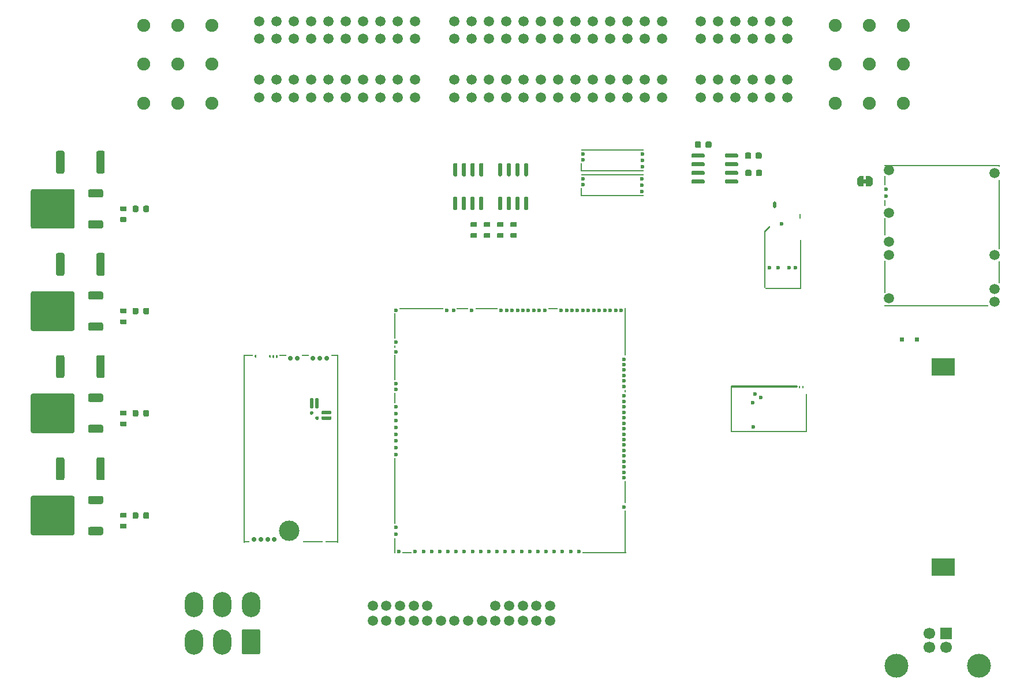
<source format=gtl>
G04 #@! TF.GenerationSoftware,KiCad,Pcbnew,8.0.8-8.0.8-0~ubuntu24.04.1*
G04 #@! TF.CreationDate,2025-02-16T13:58:24+00:00*
G04 #@! TF.ProjectId,hellenbms46,68656c6c-656e-4626-9d73-34362e6b6963,rev?*
G04 #@! TF.SameCoordinates,PX4c4b400PY96ae380*
G04 #@! TF.FileFunction,Copper,L1,Top*
G04 #@! TF.FilePolarity,Positive*
%FSLAX46Y46*%
G04 Gerber Fmt 4.6, Leading zero omitted, Abs format (unit mm)*
G04 Created by KiCad (PCBNEW 8.0.8-8.0.8-0~ubuntu24.04.1) date 2025-02-16 13:58:24*
%MOMM*%
%LPD*%
G01*
G04 APERTURE LIST*
G04 #@! TA.AperFunction,EtchedComponent*
%ADD10C,0.000000*%
G04 #@! TD*
G04 #@! TA.AperFunction,SMDPad,CuDef*
%ADD11R,3.510000X2.540000*%
G04 #@! TD*
G04 #@! TA.AperFunction,ComponentPad*
%ADD12C,1.500000*%
G04 #@! TD*
G04 #@! TA.AperFunction,ComponentPad*
%ADD13C,0.700000*%
G04 #@! TD*
G04 #@! TA.AperFunction,SMDPad,CuDef*
%ADD14C,3.000000*%
G04 #@! TD*
G04 #@! TA.AperFunction,SMDPad,CuDef*
%ADD15R,3.000000X0.250000*%
G04 #@! TD*
G04 #@! TA.AperFunction,SMDPad,CuDef*
%ADD16R,1.100000X0.250000*%
G04 #@! TD*
G04 #@! TA.AperFunction,SMDPad,CuDef*
%ADD17R,0.980000X0.250000*%
G04 #@! TD*
G04 #@! TA.AperFunction,SMDPad,CuDef*
%ADD18R,1.450000X0.250000*%
G04 #@! TD*
G04 #@! TA.AperFunction,SMDPad,CuDef*
%ADD19R,0.250000X27.600000*%
G04 #@! TD*
G04 #@! TA.AperFunction,SMDPad,CuDef*
%ADD20R,1.950000X0.250000*%
G04 #@! TD*
G04 #@! TA.AperFunction,SMDPad,CuDef*
%ADD21R,0.950000X0.250000*%
G04 #@! TD*
G04 #@! TA.AperFunction,ComponentPad*
%ADD22C,0.600000*%
G04 #@! TD*
G04 #@! TA.AperFunction,SMDPad,CuDef*
%ADD23O,0.200000X1.225000*%
G04 #@! TD*
G04 #@! TA.AperFunction,SMDPad,CuDef*
%ADD24O,9.300000X0.200000*%
G04 #@! TD*
G04 #@! TA.AperFunction,SMDPad,CuDef*
%ADD25O,0.200000X3.300000*%
G04 #@! TD*
G04 #@! TA.AperFunction,SMDPad,CuDef*
%ADD26O,0.200000X10.200000*%
G04 #@! TD*
G04 #@! TA.AperFunction,SMDPad,CuDef*
%ADD27O,0.200000X0.300000*%
G04 #@! TD*
G04 #@! TA.AperFunction,SMDPad,CuDef*
%ADD28O,17.000000X0.200000*%
G04 #@! TD*
G04 #@! TA.AperFunction,SMDPad,CuDef*
%ADD29O,15.400000X0.200000*%
G04 #@! TD*
G04 #@! TA.AperFunction,SMDPad,CuDef*
%ADD30O,0.200000X4.800000*%
G04 #@! TD*
G04 #@! TA.AperFunction,SMDPad,CuDef*
%ADD31O,0.200000X2.600000*%
G04 #@! TD*
G04 #@! TA.AperFunction,SMDPad,CuDef*
%ADD32O,0.200000X1.000000*%
G04 #@! TD*
G04 #@! TA.AperFunction,SMDPad,CuDef*
%ADD33O,0.200000X1.500000*%
G04 #@! TD*
G04 #@! TA.AperFunction,SMDPad,CuDef*
%ADD34R,0.200000X3.700000*%
G04 #@! TD*
G04 #@! TA.AperFunction,SMDPad,CuDef*
%ADD35R,0.200000X0.400000*%
G04 #@! TD*
G04 #@! TA.AperFunction,SMDPad,CuDef*
%ADD36R,0.200000X1.600000*%
G04 #@! TD*
G04 #@! TA.AperFunction,SMDPad,CuDef*
%ADD37R,0.200000X9.700000*%
G04 #@! TD*
G04 #@! TA.AperFunction,SMDPad,CuDef*
%ADD38R,0.200000X2.300000*%
G04 #@! TD*
G04 #@! TA.AperFunction,SMDPad,CuDef*
%ADD39R,1.400000X0.200000*%
G04 #@! TD*
G04 #@! TA.AperFunction,SMDPad,CuDef*
%ADD40R,6.400000X0.200000*%
G04 #@! TD*
G04 #@! TA.AperFunction,SMDPad,CuDef*
%ADD41R,1.700000X0.200000*%
G04 #@! TD*
G04 #@! TA.AperFunction,SMDPad,CuDef*
%ADD42R,3.300000X0.200000*%
G04 #@! TD*
G04 #@! TA.AperFunction,SMDPad,CuDef*
%ADD43R,0.200000X7.000000*%
G04 #@! TD*
G04 #@! TA.AperFunction,SMDPad,CuDef*
%ADD44R,0.200000X3.300000*%
G04 #@! TD*
G04 #@! TA.AperFunction,SMDPad,CuDef*
%ADD45R,0.200000X6.300000*%
G04 #@! TD*
G04 #@! TA.AperFunction,ComponentPad*
%ADD46R,1.700000X1.700000*%
G04 #@! TD*
G04 #@! TA.AperFunction,ComponentPad*
%ADD47C,1.700000*%
G04 #@! TD*
G04 #@! TA.AperFunction,ComponentPad*
%ADD48C,3.500000*%
G04 #@! TD*
G04 #@! TA.AperFunction,ComponentPad*
%ADD49O,2.700000X3.700000*%
G04 #@! TD*
G04 #@! TA.AperFunction,SMDPad,CuDef*
%ADD50O,0.200000X8.400001*%
G04 #@! TD*
G04 #@! TA.AperFunction,SMDPad,CuDef*
%ADD51O,5.250000X0.200000*%
G04 #@! TD*
G04 #@! TA.AperFunction,SMDPad,CuDef*
%ADD52O,0.200000X0.700001*%
G04 #@! TD*
G04 #@! TA.AperFunction,SMDPad,CuDef*
%ADD53O,0.200000X7.250001*%
G04 #@! TD*
G04 #@! TA.AperFunction,SMDPad,CuDef*
%ADD54O,0.499999X1.000001*%
G04 #@! TD*
G04 #@! TA.AperFunction,SMDPad,CuDef*
%ADD55O,0.250000X0.499999*%
G04 #@! TD*
G04 #@! TA.AperFunction,ComponentPad*
%ADD56C,0.599999*%
G04 #@! TD*
G04 #@! TA.AperFunction,SMDPad,CuDef*
%ADD57O,0.200000X5.669999*%
G04 #@! TD*
G04 #@! TA.AperFunction,SMDPad,CuDef*
%ADD58O,11.100001X0.200000*%
G04 #@! TD*
G04 #@! TA.AperFunction,SMDPad,CuDef*
%ADD59O,9.800001X0.399999*%
G04 #@! TD*
G04 #@! TA.AperFunction,SMDPad,CuDef*
%ADD60O,0.499999X0.250000*%
G04 #@! TD*
G04 #@! TA.AperFunction,SMDPad,CuDef*
%ADD61O,0.200000X6.799999*%
G04 #@! TD*
G04 #@! TA.AperFunction,ComponentPad*
%ADD62C,1.900000*%
G04 #@! TD*
G04 APERTURE END LIST*
D10*
G04 #@! TA.AperFunction,EtchedComponent*
G04 #@! TO.C,JP3001*
G36*
X132848000Y81246000D02*
G01*
X132348000Y81246000D01*
X132348000Y81846000D01*
X132848000Y81846000D01*
X132848000Y81246000D01*
G37*
G04 #@! TD.AperFunction*
G04 #@! TD*
D11*
G04 #@! TO.P,BT3001,1,+*
G04 #@! TO.N,Net-(BT3001-+)*
X144078800Y54265200D03*
G04 #@! TO.P,BT3001,2,-*
G04 #@! TO.N,GND*
X144078800Y24905200D03*
G04 #@! TD*
G04 #@! TO.P,F4002,1*
G04 #@! TO.N,Net-(F4002-Pad1)*
G04 #@! TA.AperFunction,SMDPad,CuDef*
G36*
G01*
X25175500Y62239750D02*
X25175500Y62752250D01*
G75*
G02*
X25394250Y62971000I218750J0D01*
G01*
X25831750Y62971000D01*
G75*
G02*
X26050500Y62752250I0J-218750D01*
G01*
X26050500Y62239750D01*
G75*
G02*
X25831750Y62021000I-218750J0D01*
G01*
X25394250Y62021000D01*
G75*
G02*
X25175500Y62239750I0J218750D01*
G01*
G37*
G04 #@! TD.AperFunction*
G04 #@! TO.P,F4002,2*
G04 #@! TO.N,/rusefi/Ignition/IN2*
G04 #@! TA.AperFunction,SMDPad,CuDef*
G36*
G01*
X26750500Y62239750D02*
X26750500Y62752250D01*
G75*
G02*
X26969250Y62971000I218750J0D01*
G01*
X27406750Y62971000D01*
G75*
G02*
X27625500Y62752250I0J-218750D01*
G01*
X27625500Y62239750D01*
G75*
G02*
X27406750Y62021000I-218750J0D01*
G01*
X26969250Y62021000D01*
G75*
G02*
X26750500Y62239750I0J218750D01*
G01*
G37*
G04 #@! TD.AperFunction*
G04 #@! TD*
G04 #@! TA.AperFunction,SMDPad,CuDef*
G04 #@! TO.P,JP3001,1,A*
G04 #@! TO.N,Net-(JP3001-A)*
G36*
X132748000Y82296000D02*
G01*
X133248000Y82296000D01*
X133248000Y82290911D01*
X133319157Y82290911D01*
X133455708Y82250816D01*
X133575430Y82173875D01*
X133668627Y82066320D01*
X133727746Y81936866D01*
X133748000Y81796000D01*
X133748000Y81296000D01*
X133727746Y81155134D01*
X133668627Y81025680D01*
X133575430Y80918125D01*
X133455708Y80841184D01*
X133319157Y80801089D01*
X133248000Y80801089D01*
X133248000Y80796000D01*
X132748000Y80796000D01*
X132748000Y82296000D01*
G37*
G04 #@! TD.AperFunction*
G04 #@! TA.AperFunction,SMDPad,CuDef*
G04 #@! TO.P,JP3001,2,B*
G04 #@! TO.N,/rusefi/PG_5VP*
G36*
X131948000Y80801089D02*
G01*
X131876843Y80801089D01*
X131740292Y80841184D01*
X131620570Y80918125D01*
X131527373Y81025680D01*
X131468254Y81155134D01*
X131448000Y81296000D01*
X131448000Y81796000D01*
X131468254Y81936866D01*
X131527373Y82066320D01*
X131620570Y82173875D01*
X131740292Y82250816D01*
X131876843Y82290911D01*
X131948000Y82290911D01*
X131948000Y82296000D01*
X132448000Y82296000D01*
X132448000Y80796000D01*
X131948000Y80796000D01*
X131948000Y80801089D01*
G37*
G04 #@! TD.AperFunction*
G04 #@! TD*
G04 #@! TO.P,F4001,1*
G04 #@! TO.N,Net-(F4001-Pad1)*
G04 #@! TA.AperFunction,SMDPad,CuDef*
G36*
G01*
X25175500Y77239750D02*
X25175500Y77752250D01*
G75*
G02*
X25394250Y77971000I218750J0D01*
G01*
X25831750Y77971000D01*
G75*
G02*
X26050500Y77752250I0J-218750D01*
G01*
X26050500Y77239750D01*
G75*
G02*
X25831750Y77021000I-218750J0D01*
G01*
X25394250Y77021000D01*
G75*
G02*
X25175500Y77239750I0J218750D01*
G01*
G37*
G04 #@! TD.AperFunction*
G04 #@! TO.P,F4001,2*
G04 #@! TO.N,/rusefi/Ignition/IN1*
G04 #@! TA.AperFunction,SMDPad,CuDef*
G36*
G01*
X26750500Y77239750D02*
X26750500Y77752250D01*
G75*
G02*
X26969250Y77971000I218750J0D01*
G01*
X27406750Y77971000D01*
G75*
G02*
X27625500Y77752250I0J-218750D01*
G01*
X27625500Y77239750D01*
G75*
G02*
X27406750Y77021000I-218750J0D01*
G01*
X26969250Y77021000D01*
G75*
G02*
X26750500Y77239750I0J218750D01*
G01*
G37*
G04 #@! TD.AperFunction*
G04 #@! TD*
G04 #@! TO.P,R4004,1*
G04 #@! TO.N,Net-(F4001-Pad1)*
G04 #@! TA.AperFunction,SMDPad,CuDef*
G36*
G01*
X21111000Y85779000D02*
X21111000Y82929000D01*
G75*
G02*
X20861000Y82679000I-250000J0D01*
G01*
X20136000Y82679000D01*
G75*
G02*
X19886000Y82929000I0J250000D01*
G01*
X19886000Y85779000D01*
G75*
G02*
X20136000Y86029000I250000J0D01*
G01*
X20861000Y86029000D01*
G75*
G02*
X21111000Y85779000I0J-250000D01*
G01*
G37*
G04 #@! TD.AperFunction*
G04 #@! TO.P,R4004,2*
G04 #@! TO.N,/conn/IGN_OUT1*
G04 #@! TA.AperFunction,SMDPad,CuDef*
G36*
G01*
X15186000Y85779000D02*
X15186000Y82929000D01*
G75*
G02*
X14936000Y82679000I-250000J0D01*
G01*
X14211000Y82679000D01*
G75*
G02*
X13961000Y82929000I0J250000D01*
G01*
X13961000Y85779000D01*
G75*
G02*
X14211000Y86029000I250000J0D01*
G01*
X14936000Y86029000D01*
G75*
G02*
X15186000Y85779000I0J-250000D01*
G01*
G37*
G04 #@! TD.AperFunction*
G04 #@! TD*
G04 #@! TO.P,U5002,1,IN1*
G04 #@! TO.N,/rusefi/Injection/IN3*
G04 #@! TA.AperFunction,SMDPad,CuDef*
G36*
G01*
X79257000Y77334000D02*
X78957000Y77334000D01*
G75*
G02*
X78807000Y77484000I0J150000D01*
G01*
X78807000Y79134000D01*
G75*
G02*
X78957000Y79284000I150000J0D01*
G01*
X79257000Y79284000D01*
G75*
G02*
X79407000Y79134000I0J-150000D01*
G01*
X79407000Y77484000D01*
G75*
G02*
X79257000Y77334000I-150000J0D01*
G01*
G37*
G04 #@! TD.AperFunction*
G04 #@! TO.P,U5002,2,STATUS1*
G04 #@! TO.N,unconnected-(U5002-STATUS1-Pad2)*
G04 #@! TA.AperFunction,SMDPad,CuDef*
G36*
G01*
X80527000Y77334000D02*
X80227000Y77334000D01*
G75*
G02*
X80077000Y77484000I0J150000D01*
G01*
X80077000Y79134000D01*
G75*
G02*
X80227000Y79284000I150000J0D01*
G01*
X80527000Y79284000D01*
G75*
G02*
X80677000Y79134000I0J-150000D01*
G01*
X80677000Y77484000D01*
G75*
G02*
X80527000Y77334000I-150000J0D01*
G01*
G37*
G04 #@! TD.AperFunction*
G04 #@! TO.P,U5002,3,IN2*
G04 #@! TO.N,/rusefi/Injection/IN4*
G04 #@! TA.AperFunction,SMDPad,CuDef*
G36*
G01*
X81797000Y77334000D02*
X81497000Y77334000D01*
G75*
G02*
X81347000Y77484000I0J150000D01*
G01*
X81347000Y79134000D01*
G75*
G02*
X81497000Y79284000I150000J0D01*
G01*
X81797000Y79284000D01*
G75*
G02*
X81947000Y79134000I0J-150000D01*
G01*
X81947000Y77484000D01*
G75*
G02*
X81797000Y77334000I-150000J0D01*
G01*
G37*
G04 #@! TD.AperFunction*
G04 #@! TO.P,U5002,4,STATUS2*
G04 #@! TO.N,unconnected-(U5002-STATUS2-Pad4)*
G04 #@! TA.AperFunction,SMDPad,CuDef*
G36*
G01*
X83067000Y77334000D02*
X82767000Y77334000D01*
G75*
G02*
X82617000Y77484000I0J150000D01*
G01*
X82617000Y79134000D01*
G75*
G02*
X82767000Y79284000I150000J0D01*
G01*
X83067000Y79284000D01*
G75*
G02*
X83217000Y79134000I0J-150000D01*
G01*
X83217000Y77484000D01*
G75*
G02*
X83067000Y77334000I-150000J0D01*
G01*
G37*
G04 #@! TD.AperFunction*
G04 #@! TO.P,U5002,5,S2*
G04 #@! TO.N,GND*
G04 #@! TA.AperFunction,SMDPad,CuDef*
G36*
G01*
X83067000Y82284000D02*
X82767000Y82284000D01*
G75*
G02*
X82617000Y82434000I0J150000D01*
G01*
X82617000Y84084000D01*
G75*
G02*
X82767000Y84234000I150000J0D01*
G01*
X83067000Y84234000D01*
G75*
G02*
X83217000Y84084000I0J-150000D01*
G01*
X83217000Y82434000D01*
G75*
G02*
X83067000Y82284000I-150000J0D01*
G01*
G37*
G04 #@! TD.AperFunction*
G04 #@! TO.P,U5002,6,D2*
G04 #@! TO.N,/conn/INJ_OUT4*
G04 #@! TA.AperFunction,SMDPad,CuDef*
G36*
G01*
X81797000Y82284000D02*
X81497000Y82284000D01*
G75*
G02*
X81347000Y82434000I0J150000D01*
G01*
X81347000Y84084000D01*
G75*
G02*
X81497000Y84234000I150000J0D01*
G01*
X81797000Y84234000D01*
G75*
G02*
X81947000Y84084000I0J-150000D01*
G01*
X81947000Y82434000D01*
G75*
G02*
X81797000Y82284000I-150000J0D01*
G01*
G37*
G04 #@! TD.AperFunction*
G04 #@! TO.P,U5002,7,S1*
G04 #@! TO.N,GND*
G04 #@! TA.AperFunction,SMDPad,CuDef*
G36*
G01*
X80527000Y82284000D02*
X80227000Y82284000D01*
G75*
G02*
X80077000Y82434000I0J150000D01*
G01*
X80077000Y84084000D01*
G75*
G02*
X80227000Y84234000I150000J0D01*
G01*
X80527000Y84234000D01*
G75*
G02*
X80677000Y84084000I0J-150000D01*
G01*
X80677000Y82434000D01*
G75*
G02*
X80527000Y82284000I-150000J0D01*
G01*
G37*
G04 #@! TD.AperFunction*
G04 #@! TO.P,U5002,8,D1*
G04 #@! TO.N,/conn/INJ_OUT3*
G04 #@! TA.AperFunction,SMDPad,CuDef*
G36*
G01*
X79257000Y82284000D02*
X78957000Y82284000D01*
G75*
G02*
X78807000Y82434000I0J150000D01*
G01*
X78807000Y84084000D01*
G75*
G02*
X78957000Y84234000I150000J0D01*
G01*
X79257000Y84234000D01*
G75*
G02*
X79407000Y84084000I0J-150000D01*
G01*
X79407000Y82434000D01*
G75*
G02*
X79257000Y82284000I-150000J0D01*
G01*
G37*
G04 #@! TD.AperFunction*
G04 #@! TD*
G04 #@! TO.P,R5001,1*
G04 #@! TO.N,GND*
G04 #@! TA.AperFunction,SMDPad,CuDef*
G36*
G01*
X77571954Y73257000D02*
X76791954Y73257000D01*
G75*
G02*
X76721954Y73327000I0J70000D01*
G01*
X76721954Y73887000D01*
G75*
G02*
X76791954Y73957000I70000J0D01*
G01*
X77571954Y73957000D01*
G75*
G02*
X77641954Y73887000I0J-70000D01*
G01*
X77641954Y73327000D01*
G75*
G02*
X77571954Y73257000I-70000J0D01*
G01*
G37*
G04 #@! TD.AperFunction*
G04 #@! TO.P,R5001,2*
G04 #@! TO.N,/rusefi/Injection/IN2*
G04 #@! TA.AperFunction,SMDPad,CuDef*
G36*
G01*
X77571954Y74857000D02*
X76791954Y74857000D01*
G75*
G02*
X76721954Y74927000I0J70000D01*
G01*
X76721954Y75487000D01*
G75*
G02*
X76791954Y75557000I70000J0D01*
G01*
X77571954Y75557000D01*
G75*
G02*
X77641954Y75487000I0J-70000D01*
G01*
X77641954Y74927000D01*
G75*
G02*
X77571954Y74857000I-70000J0D01*
G01*
G37*
G04 #@! TD.AperFunction*
G04 #@! TD*
G04 #@! TO.P,U5001,1,IN1*
G04 #@! TO.N,/rusefi/Injection/IN1*
G04 #@! TA.AperFunction,SMDPad,CuDef*
G36*
G01*
X72677000Y77334000D02*
X72377000Y77334000D01*
G75*
G02*
X72227000Y77484000I0J150000D01*
G01*
X72227000Y79134000D01*
G75*
G02*
X72377000Y79284000I150000J0D01*
G01*
X72677000Y79284000D01*
G75*
G02*
X72827000Y79134000I0J-150000D01*
G01*
X72827000Y77484000D01*
G75*
G02*
X72677000Y77334000I-150000J0D01*
G01*
G37*
G04 #@! TD.AperFunction*
G04 #@! TO.P,U5001,2,STATUS1*
G04 #@! TO.N,unconnected-(U5001-STATUS1-Pad2)*
G04 #@! TA.AperFunction,SMDPad,CuDef*
G36*
G01*
X73947000Y77334000D02*
X73647000Y77334000D01*
G75*
G02*
X73497000Y77484000I0J150000D01*
G01*
X73497000Y79134000D01*
G75*
G02*
X73647000Y79284000I150000J0D01*
G01*
X73947000Y79284000D01*
G75*
G02*
X74097000Y79134000I0J-150000D01*
G01*
X74097000Y77484000D01*
G75*
G02*
X73947000Y77334000I-150000J0D01*
G01*
G37*
G04 #@! TD.AperFunction*
G04 #@! TO.P,U5001,3,IN2*
G04 #@! TO.N,/rusefi/Injection/IN2*
G04 #@! TA.AperFunction,SMDPad,CuDef*
G36*
G01*
X75217000Y77334000D02*
X74917000Y77334000D01*
G75*
G02*
X74767000Y77484000I0J150000D01*
G01*
X74767000Y79134000D01*
G75*
G02*
X74917000Y79284000I150000J0D01*
G01*
X75217000Y79284000D01*
G75*
G02*
X75367000Y79134000I0J-150000D01*
G01*
X75367000Y77484000D01*
G75*
G02*
X75217000Y77334000I-150000J0D01*
G01*
G37*
G04 #@! TD.AperFunction*
G04 #@! TO.P,U5001,4,STATUS2*
G04 #@! TO.N,unconnected-(U5001-STATUS2-Pad4)*
G04 #@! TA.AperFunction,SMDPad,CuDef*
G36*
G01*
X76487000Y77334000D02*
X76187000Y77334000D01*
G75*
G02*
X76037000Y77484000I0J150000D01*
G01*
X76037000Y79134000D01*
G75*
G02*
X76187000Y79284000I150000J0D01*
G01*
X76487000Y79284000D01*
G75*
G02*
X76637000Y79134000I0J-150000D01*
G01*
X76637000Y77484000D01*
G75*
G02*
X76487000Y77334000I-150000J0D01*
G01*
G37*
G04 #@! TD.AperFunction*
G04 #@! TO.P,U5001,5,S2*
G04 #@! TO.N,GND*
G04 #@! TA.AperFunction,SMDPad,CuDef*
G36*
G01*
X76487000Y82284000D02*
X76187000Y82284000D01*
G75*
G02*
X76037000Y82434000I0J150000D01*
G01*
X76037000Y84084000D01*
G75*
G02*
X76187000Y84234000I150000J0D01*
G01*
X76487000Y84234000D01*
G75*
G02*
X76637000Y84084000I0J-150000D01*
G01*
X76637000Y82434000D01*
G75*
G02*
X76487000Y82284000I-150000J0D01*
G01*
G37*
G04 #@! TD.AperFunction*
G04 #@! TO.P,U5001,6,D2*
G04 #@! TO.N,/conn/INJ_OUT2*
G04 #@! TA.AperFunction,SMDPad,CuDef*
G36*
G01*
X75217000Y82284000D02*
X74917000Y82284000D01*
G75*
G02*
X74767000Y82434000I0J150000D01*
G01*
X74767000Y84084000D01*
G75*
G02*
X74917000Y84234000I150000J0D01*
G01*
X75217000Y84234000D01*
G75*
G02*
X75367000Y84084000I0J-150000D01*
G01*
X75367000Y82434000D01*
G75*
G02*
X75217000Y82284000I-150000J0D01*
G01*
G37*
G04 #@! TD.AperFunction*
G04 #@! TO.P,U5001,7,S1*
G04 #@! TO.N,GND*
G04 #@! TA.AperFunction,SMDPad,CuDef*
G36*
G01*
X73947000Y82284000D02*
X73647000Y82284000D01*
G75*
G02*
X73497000Y82434000I0J150000D01*
G01*
X73497000Y84084000D01*
G75*
G02*
X73647000Y84234000I150000J0D01*
G01*
X73947000Y84234000D01*
G75*
G02*
X74097000Y84084000I0J-150000D01*
G01*
X74097000Y82434000D01*
G75*
G02*
X73947000Y82284000I-150000J0D01*
G01*
G37*
G04 #@! TD.AperFunction*
G04 #@! TO.P,U5001,8,D1*
G04 #@! TO.N,/conn/INJ_OUT1*
G04 #@! TA.AperFunction,SMDPad,CuDef*
G36*
G01*
X72677000Y82284000D02*
X72377000Y82284000D01*
G75*
G02*
X72227000Y82434000I0J150000D01*
G01*
X72227000Y84084000D01*
G75*
G02*
X72377000Y84234000I150000J0D01*
G01*
X72677000Y84234000D01*
G75*
G02*
X72827000Y84084000I0J-150000D01*
G01*
X72827000Y82434000D01*
G75*
G02*
X72677000Y82284000I-150000J0D01*
G01*
G37*
G04 #@! TD.AperFunction*
G04 #@! TD*
G04 #@! TO.P,C6002,1*
G04 #@! TO.N,Net-(U6001A--)*
G04 #@! TA.AperFunction,SMDPad,CuDef*
G36*
G01*
X107662400Y86680800D02*
X107662400Y87180800D01*
G75*
G02*
X107887400Y87405800I225000J0D01*
G01*
X108337400Y87405800D01*
G75*
G02*
X108562400Y87180800I0J-225000D01*
G01*
X108562400Y86680800D01*
G75*
G02*
X108337400Y86455800I-225000J0D01*
G01*
X107887400Y86455800D01*
G75*
G02*
X107662400Y86680800I0J225000D01*
G01*
G37*
G04 #@! TD.AperFunction*
G04 #@! TO.P,C6002,2*
G04 #@! TO.N,/rusefi/KnockAmps/KNOCK_HP1*
G04 #@! TA.AperFunction,SMDPad,CuDef*
G36*
G01*
X109212400Y86680800D02*
X109212400Y87180800D01*
G75*
G02*
X109437400Y87405800I225000J0D01*
G01*
X109887400Y87405800D01*
G75*
G02*
X110112400Y87180800I0J-225000D01*
G01*
X110112400Y86680800D01*
G75*
G02*
X109887400Y86455800I-225000J0D01*
G01*
X109437400Y86455800D01*
G75*
G02*
X109212400Y86680800I0J225000D01*
G01*
G37*
G04 #@! TD.AperFunction*
G04 #@! TD*
G04 #@! TO.P,R4007,1*
G04 #@! TO.N,Net-(Q4004-G)*
G04 #@! TA.AperFunction,SMDPad,CuDef*
G36*
G01*
X24225000Y30584000D02*
X23445000Y30584000D01*
G75*
G02*
X23375000Y30654000I0J70000D01*
G01*
X23375000Y31214000D01*
G75*
G02*
X23445000Y31284000I70000J0D01*
G01*
X24225000Y31284000D01*
G75*
G02*
X24295000Y31214000I0J-70000D01*
G01*
X24295000Y30654000D01*
G75*
G02*
X24225000Y30584000I-70000J0D01*
G01*
G37*
G04 #@! TD.AperFunction*
G04 #@! TO.P,R4007,2*
G04 #@! TO.N,Net-(F4004-Pad1)*
G04 #@! TA.AperFunction,SMDPad,CuDef*
G36*
G01*
X24225000Y32184000D02*
X23445000Y32184000D01*
G75*
G02*
X23375000Y32254000I0J70000D01*
G01*
X23375000Y32814000D01*
G75*
G02*
X23445000Y32884000I70000J0D01*
G01*
X24225000Y32884000D01*
G75*
G02*
X24295000Y32814000I0J-70000D01*
G01*
X24295000Y32254000D01*
G75*
G02*
X24225000Y32184000I-70000J0D01*
G01*
G37*
G04 #@! TD.AperFunction*
G04 #@! TD*
D12*
G04 #@! TO.P,J2001,1,Pin_1*
G04 #@! TO.N,unconnected-(J2001-Pin_1-Pad1)*
X60415600Y19295200D03*
G04 #@! TO.P,J2001,2,Pin_2*
G04 #@! TO.N,unconnected-(J2001-Pin_2-Pad2)*
X62415600Y19295200D03*
G04 #@! TO.P,J2001,3,Pin_3*
G04 #@! TO.N,unconnected-(J2001-Pin_3-Pad3)*
X64415600Y19295200D03*
G04 #@! TO.P,J2001,4,Pin_4*
G04 #@! TO.N,unconnected-(J2001-Pin_4-Pad4)*
X66415600Y19295200D03*
G04 #@! TO.P,J2001,5,Pin_5*
G04 #@! TO.N,unconnected-(J2001-Pin_5-Pad5)*
X68415600Y19295200D03*
G04 #@! TO.P,J2001,6,Pin_6*
G04 #@! TO.N,unconnected-(J2001-Pin_6-Pad6)*
X78415600Y19295200D03*
G04 #@! TO.P,J2001,7,Pin_7*
G04 #@! TO.N,unconnected-(J2001-Pin_7-Pad7)*
X80415600Y19295200D03*
G04 #@! TO.P,J2001,8,Pin_8*
G04 #@! TO.N,unconnected-(J2001-Pin_8-Pad8)*
X82415600Y19295200D03*
G04 #@! TO.P,J2001,9,Pin_9*
G04 #@! TO.N,unconnected-(J2001-Pin_9-Pad9)*
X84415600Y19295200D03*
G04 #@! TO.P,J2001,10,Pin_10*
G04 #@! TO.N,unconnected-(J2001-Pin_10-Pad10)*
X86415600Y19295200D03*
G04 #@! TO.P,J2001,11,Pin_11*
G04 #@! TO.N,unconnected-(J2001-Pin_11-Pad11)*
X60415600Y17095200D03*
G04 #@! TO.P,J2001,12,Pin_12*
G04 #@! TO.N,unconnected-(J2001-Pin_12-Pad12)*
X62415600Y17095200D03*
G04 #@! TO.P,J2001,13,Pin_13*
G04 #@! TO.N,unconnected-(J2001-Pin_13-Pad13)*
X64415600Y17095200D03*
G04 #@! TO.P,J2001,14,Pin_14*
G04 #@! TO.N,unconnected-(J2001-Pin_14-Pad14)*
X66415600Y17095200D03*
G04 #@! TO.P,J2001,15,Pin_15*
G04 #@! TO.N,unconnected-(J2001-Pin_15-Pad15)*
X68415600Y17095200D03*
G04 #@! TO.P,J2001,16,Pin_16*
G04 #@! TO.N,unconnected-(J2001-Pin_16-Pad16)*
X70415600Y17095200D03*
G04 #@! TO.P,J2001,17,Pin_17*
G04 #@! TO.N,unconnected-(J2001-Pin_17-Pad17)*
X72415600Y17095200D03*
G04 #@! TO.P,J2001,18,Pin_18*
G04 #@! TO.N,unconnected-(J2001-Pin_18-Pad18)*
X74415600Y17095200D03*
G04 #@! TO.P,J2001,19,Pin_19*
G04 #@! TO.N,unconnected-(J2001-Pin_19-Pad19)*
X76415600Y17095200D03*
G04 #@! TO.P,J2001,20,Pin_20*
G04 #@! TO.N,unconnected-(J2001-Pin_20-Pad20)*
X78415600Y17095200D03*
G04 #@! TO.P,J2001,21,Pin_21*
G04 #@! TO.N,unconnected-(J2001-Pin_21-Pad21)*
X80415600Y17095200D03*
G04 #@! TO.P,J2001,22,Pin_22*
G04 #@! TO.N,unconnected-(J2001-Pin_22-Pad22)*
X82415600Y17095200D03*
G04 #@! TO.P,J2001,23,Pin_23*
G04 #@! TO.N,unconnected-(J2001-Pin_23-Pad23)*
X84415600Y17095200D03*
G04 #@! TO.P,J2001,24,Pin_24*
G04 #@! TO.N,unconnected-(J2001-Pin_24-Pad24)*
X86415600Y17095200D03*
G04 #@! TD*
G04 #@! TO.P,R4006,1*
G04 #@! TO.N,Net-(F4003-Pad1)*
G04 #@! TA.AperFunction,SMDPad,CuDef*
G36*
G01*
X21111000Y55779000D02*
X21111000Y52929000D01*
G75*
G02*
X20861000Y52679000I-250000J0D01*
G01*
X20136000Y52679000D01*
G75*
G02*
X19886000Y52929000I0J250000D01*
G01*
X19886000Y55779000D01*
G75*
G02*
X20136000Y56029000I250000J0D01*
G01*
X20861000Y56029000D01*
G75*
G02*
X21111000Y55779000I0J-250000D01*
G01*
G37*
G04 #@! TD.AperFunction*
G04 #@! TO.P,R4006,2*
G04 #@! TO.N,/conn/IGN_OUT3*
G04 #@! TA.AperFunction,SMDPad,CuDef*
G36*
G01*
X15186000Y55779000D02*
X15186000Y52929000D01*
G75*
G02*
X14936000Y52679000I-250000J0D01*
G01*
X14211000Y52679000D01*
G75*
G02*
X13961000Y52929000I0J250000D01*
G01*
X13961000Y55779000D01*
G75*
G02*
X14211000Y56029000I250000J0D01*
G01*
X14936000Y56029000D01*
G75*
G02*
X15186000Y55779000I0J-250000D01*
G01*
G37*
G04 #@! TD.AperFunction*
G04 #@! TD*
D13*
G04 #@! TO.P,M3004,E1,LSU_Un*
G04 #@! TO.N,/rusefi/LSU.Un*
X42995000Y29005000D03*
G04 #@! TO.P,M3004,E2,LSU_Vm*
G04 #@! TO.N,/rusefi/LSU.Vm*
X45995000Y29005000D03*
G04 #@! TO.P,M3004,E3,LSU_Ip*
G04 #@! TO.N,/rusefi/LSU.Ip*
X44995000Y29005000D03*
G04 #@! TO.P,M3004,E4,LSU_Rtrim*
G04 #@! TO.N,/rusefi/LSU.Rtrim*
X43995000Y29005000D03*
D14*
G04 #@! TO.P,M3004,E5,LSU_H+*
G04 #@! TO.N,/rusefi/LSU.H+*
X48145000Y30255000D03*
D15*
G04 #@! TO.P,M3004,E6,LSU_H-*
G04 #@! TO.N,unconnected-(M3004-LSU_H--PadE6)*
X51645000Y28630000D03*
D16*
G04 #@! TO.P,M3004,G,GND*
G04 #@! TO.N,unconnected-(M3004-GND-PadG)*
X54845000Y55980000D03*
D17*
X50505000Y55980000D03*
X47205000Y55980000D03*
D18*
X42120000Y55980000D03*
D19*
X55270000Y42305000D03*
X41520000Y42305000D03*
D20*
X54420000Y28630000D03*
D21*
X41870000Y28630000D03*
G04 #@! TO.P,M3004,J1,SEL1*
G04 #@! TO.N,Net-(M3004-PULL_DOWN1)*
G04 #@! TA.AperFunction,SMDPad,CuDef*
G36*
G01*
X54245000Y46555000D02*
X52995000Y46555000D01*
G75*
G02*
X52870000Y46680000I0J125000D01*
G01*
X52870000Y46930000D01*
G75*
G02*
X52995000Y47055000I125000J0D01*
G01*
X54245000Y47055000D01*
G75*
G02*
X54370000Y46930000I0J-125000D01*
G01*
X54370000Y46680000D01*
G75*
G02*
X54245000Y46555000I-125000J0D01*
G01*
G37*
G04 #@! TD.AperFunction*
G04 #@! TO.P,M3004,J2,SEL2*
G04 #@! TO.N,unconnected-(M3004-SEL2-PadJ2)*
G04 #@! TA.AperFunction,SMDPad,CuDef*
G36*
G01*
X51570000Y48230000D02*
X51320000Y48230000D01*
G75*
G02*
X51195000Y48355000I0J125000D01*
G01*
X51195000Y49605000D01*
G75*
G02*
X51320000Y49730000I125000J0D01*
G01*
X51570000Y49730000D01*
G75*
G02*
X51695000Y49605000I0J-125000D01*
G01*
X51695000Y48355000D01*
G75*
G02*
X51570000Y48230000I-125000J0D01*
G01*
G37*
G04 #@! TD.AperFunction*
G04 #@! TO.P,M3004,J_GND1,PULL_DOWN1*
G04 #@! TO.N,Net-(M3004-PULL_DOWN1)*
G04 #@! TA.AperFunction,SMDPad,CuDef*
G36*
G01*
X54245000Y47355000D02*
X52995000Y47355000D01*
G75*
G02*
X52870000Y47480000I0J125000D01*
G01*
X52870000Y47730000D01*
G75*
G02*
X52995000Y47855000I125000J0D01*
G01*
X54245000Y47855000D01*
G75*
G02*
X54370000Y47730000I0J-125000D01*
G01*
X54370000Y47480000D01*
G75*
G02*
X54245000Y47355000I-125000J0D01*
G01*
G37*
G04 #@! TD.AperFunction*
G04 #@! TO.P,M3004,J_GND2,PULL_DOWN2*
G04 #@! TO.N,unconnected-(M3004-PULL_DOWN2-PadJ_GND2)*
G04 #@! TA.AperFunction,SMDPad,CuDef*
G36*
G01*
X51695000Y47680000D02*
X51695000Y47430000D01*
G75*
G02*
X51570000Y47305000I-125000J0D01*
G01*
X51320000Y47305000D01*
G75*
G02*
X51195000Y47430000I0J125000D01*
G01*
X51195000Y47680000D01*
G75*
G02*
X51320000Y47805000I125000J0D01*
G01*
X51570000Y47805000D01*
G75*
G02*
X51695000Y47680000I0J-125000D01*
G01*
G37*
G04 #@! TD.AperFunction*
G04 #@! TO.P,M3004,J_VCC1,PULL_UP1*
G04 #@! TO.N,unconnected-(M3004-PULL_UP1-PadJ_VCC1)*
G04 #@! TA.AperFunction,SMDPad,CuDef*
G36*
G01*
X52370000Y46555000D02*
X52120000Y46555000D01*
G75*
G02*
X51995000Y46680000I0J125000D01*
G01*
X51995000Y46930000D01*
G75*
G02*
X52120000Y47055000I125000J0D01*
G01*
X52370000Y47055000D01*
G75*
G02*
X52495000Y46930000I0J-125000D01*
G01*
X52495000Y46680000D01*
G75*
G02*
X52370000Y46555000I-125000J0D01*
G01*
G37*
G04 #@! TD.AperFunction*
G04 #@! TO.P,M3004,J_VCC2,PULL_UP2*
G04 #@! TO.N,unconnected-(M3004-PULL_UP2-PadJ_VCC2)*
G04 #@! TA.AperFunction,SMDPad,CuDef*
G36*
G01*
X52370000Y48230000D02*
X52120000Y48230000D01*
G75*
G02*
X51995000Y48355000I0J125000D01*
G01*
X51995000Y49605000D01*
G75*
G02*
X52120000Y49730000I125000J0D01*
G01*
X52370000Y49730000D01*
G75*
G02*
X52495000Y49605000I0J-125000D01*
G01*
X52495000Y48355000D01*
G75*
G02*
X52370000Y48230000I-125000J0D01*
G01*
G37*
G04 #@! TD.AperFunction*
D13*
G04 #@! TO.P,M3004,W1,V5_IN*
G04 #@! TO.N,unconnected-(M3004-V5_IN-PadW1)*
X52645000Y55596200D03*
G04 #@! TO.P,M3004,W2,CAN_VIO*
G04 #@! TO.N,unconnected-(M3004-CAN_VIO-PadW2)*
X51645000Y55596200D03*
G04 #@! TO.P,M3004,W3,CANL*
G04 #@! TO.N,/rusefi/CANL*
X48349000Y55596200D03*
G04 #@! TO.P,M3004,W4,CANH*
G04 #@! TO.N,/rusefi/CANH*
X49365000Y55596200D03*
G04 #@! TO.P,M3004,W5,nReset*
G04 #@! TO.N,unconnected-(M3004-nReset-PadW5)*
G04 #@! TA.AperFunction,SMDPad,CuDef*
G36*
G01*
X46345000Y56105000D02*
X46345000Y56105000D01*
G75*
G02*
X46470000Y55980000I0J-125000D01*
G01*
X46470000Y55730000D01*
G75*
G02*
X46345000Y55605000I-125000J0D01*
G01*
X46345000Y55605000D01*
G75*
G02*
X46220000Y55730000I0J125000D01*
G01*
X46220000Y55980000D01*
G75*
G02*
X46345000Y56105000I125000J0D01*
G01*
G37*
G04 #@! TD.AperFunction*
G04 #@! TO.P,M3004,W6,SWDIO*
G04 #@! TO.N,unconnected-(M3004-SWDIO-PadW6)*
G04 #@! TA.AperFunction,SMDPad,CuDef*
G36*
G01*
X45845000Y56105000D02*
X45845000Y56105000D01*
G75*
G02*
X45970000Y55980000I0J-125000D01*
G01*
X45970000Y55730000D01*
G75*
G02*
X45845000Y55605000I-125000J0D01*
G01*
X45845000Y55605000D01*
G75*
G02*
X45720000Y55730000I0J125000D01*
G01*
X45720000Y55980000D01*
G75*
G02*
X45845000Y56105000I125000J0D01*
G01*
G37*
G04 #@! TD.AperFunction*
G04 #@! TO.P,M3004,W7,SWCLK*
G04 #@! TO.N,unconnected-(M3004-SWCLK-PadW7)*
G04 #@! TA.AperFunction,SMDPad,CuDef*
G36*
G01*
X45345000Y56105000D02*
X45345000Y56105000D01*
G75*
G02*
X45470000Y55980000I0J-125000D01*
G01*
X45470000Y55730000D01*
G75*
G02*
X45345000Y55605000I-125000J0D01*
G01*
X45345000Y55605000D01*
G75*
G02*
X45220000Y55730000I0J125000D01*
G01*
X45220000Y55980000D01*
G75*
G02*
X45345000Y56105000I125000J0D01*
G01*
G37*
G04 #@! TD.AperFunction*
G04 #@! TO.P,M3004,W8,V33_OUT*
G04 #@! TO.N,unconnected-(M3004-V33_OUT-PadW8)*
G04 #@! TA.AperFunction,SMDPad,CuDef*
G36*
G01*
X43245000Y56105000D02*
X43245000Y56105000D01*
G75*
G02*
X43370000Y55980000I0J-125000D01*
G01*
X43370000Y55730000D01*
G75*
G02*
X43245000Y55605000I-125000J0D01*
G01*
X43245000Y55605000D01*
G75*
G02*
X43120000Y55730000I0J125000D01*
G01*
X43120000Y55980000D01*
G75*
G02*
X43245000Y56105000I125000J0D01*
G01*
G37*
G04 #@! TD.AperFunction*
G04 #@! TO.P,M3004,W9,VDDA*
G04 #@! TO.N,unconnected-(M3004-VDDA-PadW9)*
X53645000Y55596200D03*
G04 #@! TD*
G04 #@! TO.P,D3001,1,K*
G04 #@! TO.N,Net-(D3001-K)*
G04 #@! TA.AperFunction,SMDPad,CuDef*
G36*
G01*
X137811200Y58630400D02*
X138291200Y58630400D01*
G75*
G02*
X138351200Y58570400I0J-60000D01*
G01*
X138351200Y58090400D01*
G75*
G02*
X138291200Y58030400I-60000J0D01*
G01*
X137811200Y58030400D01*
G75*
G02*
X137751200Y58090400I0J60000D01*
G01*
X137751200Y58570400D01*
G75*
G02*
X137811200Y58630400I60000J0D01*
G01*
G37*
G04 #@! TD.AperFunction*
G04 #@! TO.P,D3001,2,A*
G04 #@! TO.N,Net-(BT3001-+)*
G04 #@! TA.AperFunction,SMDPad,CuDef*
G36*
G01*
X140011200Y58630400D02*
X140491200Y58630400D01*
G75*
G02*
X140551200Y58570400I0J-60000D01*
G01*
X140551200Y58090400D01*
G75*
G02*
X140491200Y58030400I-60000J0D01*
G01*
X140011200Y58030400D01*
G75*
G02*
X139951200Y58090400I0J60000D01*
G01*
X139951200Y58570400D01*
G75*
G02*
X140011200Y58630400I60000J0D01*
G01*
G37*
G04 #@! TD.AperFunction*
G04 #@! TD*
G04 #@! TO.P,Q4004,1,G*
G04 #@! TO.N,Net-(Q4004-G)*
G04 #@! TA.AperFunction,SMDPad,CuDef*
G36*
G01*
X20872000Y30566000D02*
X20872000Y29866000D01*
G75*
G02*
X20622000Y29616000I-250000J0D01*
G01*
X18922000Y29616000D01*
G75*
G02*
X18672000Y29866000I0J250000D01*
G01*
X18672000Y30566000D01*
G75*
G02*
X18922000Y30816000I250000J0D01*
G01*
X20622000Y30816000D01*
G75*
G02*
X20872000Y30566000I0J-250000D01*
G01*
G37*
G04 #@! TD.AperFunction*
G04 #@! TO.P,Q4004,2,C*
G04 #@! TO.N,/conn/IGN_OUT4*
G04 #@! TA.AperFunction,SMDPad,CuDef*
G36*
G01*
X16672000Y32096000D02*
X16672000Y29846000D01*
G75*
G02*
X16422000Y29596000I-250000J0D01*
G01*
X13872000Y29596000D01*
G75*
G02*
X13622000Y29846000I0J250000D01*
G01*
X13622000Y32096000D01*
G75*
G02*
X13872000Y32346000I250000J0D01*
G01*
X16422000Y32346000D01*
G75*
G02*
X16672000Y32096000I0J-250000D01*
G01*
G37*
G04 #@! TD.AperFunction*
G04 #@! TA.AperFunction,SMDPad,CuDef*
G36*
G01*
X16672000Y35146000D02*
X16672000Y32896000D01*
G75*
G02*
X16422000Y32646000I-250000J0D01*
G01*
X13872000Y32646000D01*
G75*
G02*
X13622000Y32896000I0J250000D01*
G01*
X13622000Y35146000D01*
G75*
G02*
X13872000Y35396000I250000J0D01*
G01*
X16422000Y35396000D01*
G75*
G02*
X16672000Y35146000I0J-250000D01*
G01*
G37*
G04 #@! TD.AperFunction*
G04 #@! TA.AperFunction,SMDPad,CuDef*
G36*
G01*
X16672000Y35146003D02*
X16672000Y29845997D01*
G75*
G02*
X16422003Y29596000I-249997J0D01*
G01*
X10521997Y29596000D01*
G75*
G02*
X10272000Y29845997I0J249997D01*
G01*
X10272000Y35146003D01*
G75*
G02*
X10521997Y35396000I249997J0D01*
G01*
X16422003Y35396000D01*
G75*
G02*
X16672000Y35146003I0J-249997D01*
G01*
G37*
G04 #@! TD.AperFunction*
G04 #@! TA.AperFunction,SMDPad,CuDef*
G36*
G01*
X13322000Y32096000D02*
X13322000Y29846000D01*
G75*
G02*
X13072000Y29596000I-250000J0D01*
G01*
X10522000Y29596000D01*
G75*
G02*
X10272000Y29846000I0J250000D01*
G01*
X10272000Y32096000D01*
G75*
G02*
X10522000Y32346000I250000J0D01*
G01*
X13072000Y32346000D01*
G75*
G02*
X13322000Y32096000I0J-250000D01*
G01*
G37*
G04 #@! TD.AperFunction*
G04 #@! TA.AperFunction,SMDPad,CuDef*
G36*
G01*
X13322000Y35146000D02*
X13322000Y32896000D01*
G75*
G02*
X13072000Y32646000I-250000J0D01*
G01*
X10522000Y32646000D01*
G75*
G02*
X10272000Y32896000I0J250000D01*
G01*
X10272000Y35146000D01*
G75*
G02*
X10522000Y35396000I250000J0D01*
G01*
X13072000Y35396000D01*
G75*
G02*
X13322000Y35146000I0J-250000D01*
G01*
G37*
G04 #@! TD.AperFunction*
G04 #@! TO.P,Q4004,3,E*
G04 #@! TO.N,GND*
G04 #@! TA.AperFunction,SMDPad,CuDef*
G36*
G01*
X20872000Y35126000D02*
X20872000Y34426000D01*
G75*
G02*
X20622000Y34176000I-250000J0D01*
G01*
X18922000Y34176000D01*
G75*
G02*
X18672000Y34426000I0J250000D01*
G01*
X18672000Y35126000D01*
G75*
G02*
X18922000Y35376000I250000J0D01*
G01*
X20622000Y35376000D01*
G75*
G02*
X20872000Y35126000I0J-250000D01*
G01*
G37*
G04 #@! TD.AperFunction*
G04 #@! TD*
G04 #@! TO.P,R5003,1*
G04 #@! TO.N,GND*
G04 #@! TA.AperFunction,SMDPad,CuDef*
G36*
G01*
X75622908Y73257000D02*
X74842908Y73257000D01*
G75*
G02*
X74772908Y73327000I0J70000D01*
G01*
X74772908Y73887000D01*
G75*
G02*
X74842908Y73957000I70000J0D01*
G01*
X75622908Y73957000D01*
G75*
G02*
X75692908Y73887000I0J-70000D01*
G01*
X75692908Y73327000D01*
G75*
G02*
X75622908Y73257000I-70000J0D01*
G01*
G37*
G04 #@! TD.AperFunction*
G04 #@! TO.P,R5003,2*
G04 #@! TO.N,/rusefi/Injection/IN1*
G04 #@! TA.AperFunction,SMDPad,CuDef*
G36*
G01*
X75622908Y74857000D02*
X74842908Y74857000D01*
G75*
G02*
X74772908Y74927000I0J70000D01*
G01*
X74772908Y75487000D01*
G75*
G02*
X74842908Y75557000I70000J0D01*
G01*
X75622908Y75557000D01*
G75*
G02*
X75692908Y75487000I0J-70000D01*
G01*
X75692908Y74927000D01*
G75*
G02*
X75622908Y74857000I-70000J0D01*
G01*
G37*
G04 #@! TD.AperFunction*
G04 #@! TD*
G04 #@! TO.P,C6003,1*
G04 #@! TO.N,Net-(U6001B--)*
G04 #@! TA.AperFunction,SMDPad,CuDef*
G36*
G01*
X115066200Y82515200D02*
X115066200Y83015200D01*
G75*
G02*
X115291200Y83240200I225000J0D01*
G01*
X115741200Y83240200D01*
G75*
G02*
X115966200Y83015200I0J-225000D01*
G01*
X115966200Y82515200D01*
G75*
G02*
X115741200Y82290200I-225000J0D01*
G01*
X115291200Y82290200D01*
G75*
G02*
X115066200Y82515200I0J225000D01*
G01*
G37*
G04 #@! TD.AperFunction*
G04 #@! TO.P,C6003,2*
G04 #@! TO.N,/rusefi/KnockAmps/KNOCK_HP2*
G04 #@! TA.AperFunction,SMDPad,CuDef*
G36*
G01*
X116616200Y82515200D02*
X116616200Y83015200D01*
G75*
G02*
X116841200Y83240200I225000J0D01*
G01*
X117291200Y83240200D01*
G75*
G02*
X117516200Y83015200I0J-225000D01*
G01*
X117516200Y82515200D01*
G75*
G02*
X117291200Y82290200I-225000J0D01*
G01*
X116841200Y82290200D01*
G75*
G02*
X116616200Y82515200I0J225000D01*
G01*
G37*
G04 #@! TD.AperFunction*
G04 #@! TD*
D22*
G04 #@! TO.P,M6002,E1,V5A*
G04 #@! TO.N,+5VA*
X99932800Y81924196D03*
D23*
G04 #@! TO.P,M6002,E2,GND*
G04 #@! TO.N,GND*
X91032800Y79949196D03*
D24*
X95582800Y82524196D03*
X95582800Y79424196D03*
D22*
X99932800Y80974196D03*
G04 #@! TO.P,M6002,E3,OUT_KNOCK*
G04 #@! TO.N,/rusefi/KnockAmps/KNOCK_OUT2*
X99932800Y80024198D03*
G04 #@! TO.P,M6002,W1,IN_KNOCK*
G04 #@! TO.N,/conn/KNOCK2*
X91232800Y81024196D03*
G04 #@! TO.P,M6002,W2,VREF*
G04 #@! TO.N,/rusefi/KnockAmps/VREF*
X91232800Y81924196D03*
G04 #@! TD*
G04 #@! TO.P,F4003,1*
G04 #@! TO.N,Net-(F4003-Pad1)*
G04 #@! TA.AperFunction,SMDPad,CuDef*
G36*
G01*
X25175500Y47239750D02*
X25175500Y47752250D01*
G75*
G02*
X25394250Y47971000I218750J0D01*
G01*
X25831750Y47971000D01*
G75*
G02*
X26050500Y47752250I0J-218750D01*
G01*
X26050500Y47239750D01*
G75*
G02*
X25831750Y47021000I-218750J0D01*
G01*
X25394250Y47021000D01*
G75*
G02*
X25175500Y47239750I0J218750D01*
G01*
G37*
G04 #@! TD.AperFunction*
G04 #@! TO.P,F4003,2*
G04 #@! TO.N,/rusefi/Ignition/IN3*
G04 #@! TA.AperFunction,SMDPad,CuDef*
G36*
G01*
X26750500Y47239750D02*
X26750500Y47752250D01*
G75*
G02*
X26969250Y47971000I218750J0D01*
G01*
X27406750Y47971000D01*
G75*
G02*
X27625500Y47752250I0J-218750D01*
G01*
X27625500Y47239750D01*
G75*
G02*
X27406750Y47021000I-218750J0D01*
G01*
X26969250Y47021000D01*
G75*
G02*
X26750500Y47239750I0J218750D01*
G01*
G37*
G04 #@! TD.AperFunction*
G04 #@! TD*
G04 #@! TO.P,R4005,1*
G04 #@! TO.N,Net-(F4002-Pad1)*
G04 #@! TA.AperFunction,SMDPad,CuDef*
G36*
G01*
X21111000Y70779000D02*
X21111000Y67929000D01*
G75*
G02*
X20861000Y67679000I-250000J0D01*
G01*
X20136000Y67679000D01*
G75*
G02*
X19886000Y67929000I0J250000D01*
G01*
X19886000Y70779000D01*
G75*
G02*
X20136000Y71029000I250000J0D01*
G01*
X20861000Y71029000D01*
G75*
G02*
X21111000Y70779000I0J-250000D01*
G01*
G37*
G04 #@! TD.AperFunction*
G04 #@! TO.P,R4005,2*
G04 #@! TO.N,/conn/IGN_OUT2*
G04 #@! TA.AperFunction,SMDPad,CuDef*
G36*
G01*
X15186000Y70779000D02*
X15186000Y67929000D01*
G75*
G02*
X14936000Y67679000I-250000J0D01*
G01*
X14211000Y67679000D01*
G75*
G02*
X13961000Y67929000I0J250000D01*
G01*
X13961000Y70779000D01*
G75*
G02*
X14211000Y71029000I250000J0D01*
G01*
X14936000Y71029000D01*
G75*
G02*
X15186000Y70779000I0J-250000D01*
G01*
G37*
G04 #@! TD.AperFunction*
G04 #@! TD*
G04 #@! TO.P,R4001,1*
G04 #@! TO.N,Net-(Q4001-G)*
G04 #@! TA.AperFunction,SMDPad,CuDef*
G36*
G01*
X24225000Y75584000D02*
X23445000Y75584000D01*
G75*
G02*
X23375000Y75654000I0J70000D01*
G01*
X23375000Y76214000D01*
G75*
G02*
X23445000Y76284000I70000J0D01*
G01*
X24225000Y76284000D01*
G75*
G02*
X24295000Y76214000I0J-70000D01*
G01*
X24295000Y75654000D01*
G75*
G02*
X24225000Y75584000I-70000J0D01*
G01*
G37*
G04 #@! TD.AperFunction*
G04 #@! TO.P,R4001,2*
G04 #@! TO.N,Net-(F4001-Pad1)*
G04 #@! TA.AperFunction,SMDPad,CuDef*
G36*
G01*
X24225000Y77184000D02*
X23445000Y77184000D01*
G75*
G02*
X23375000Y77254000I0J70000D01*
G01*
X23375000Y77814000D01*
G75*
G02*
X23445000Y77884000I70000J0D01*
G01*
X24225000Y77884000D01*
G75*
G02*
X24295000Y77814000I0J-70000D01*
G01*
X24295000Y77254000D01*
G75*
G02*
X24225000Y77184000I-70000J0D01*
G01*
G37*
G04 #@! TD.AperFunction*
G04 #@! TD*
G04 #@! TO.P,F4004,1*
G04 #@! TO.N,Net-(F4004-Pad1)*
G04 #@! TA.AperFunction,SMDPad,CuDef*
G36*
G01*
X25175500Y32239750D02*
X25175500Y32752250D01*
G75*
G02*
X25394250Y32971000I218750J0D01*
G01*
X25831750Y32971000D01*
G75*
G02*
X26050500Y32752250I0J-218750D01*
G01*
X26050500Y32239750D01*
G75*
G02*
X25831750Y32021000I-218750J0D01*
G01*
X25394250Y32021000D01*
G75*
G02*
X25175500Y32239750I0J218750D01*
G01*
G37*
G04 #@! TD.AperFunction*
G04 #@! TO.P,F4004,2*
G04 #@! TO.N,/rusefi/Ignition/IN4*
G04 #@! TA.AperFunction,SMDPad,CuDef*
G36*
G01*
X26750500Y32239750D02*
X26750500Y32752250D01*
G75*
G02*
X26969250Y32971000I218750J0D01*
G01*
X27406750Y32971000D01*
G75*
G02*
X27625500Y32752250I0J-218750D01*
G01*
X27625500Y32239750D01*
G75*
G02*
X27406750Y32021000I-218750J0D01*
G01*
X26969250Y32021000D01*
G75*
G02*
X26750500Y32239750I0J218750D01*
G01*
G37*
G04 #@! TD.AperFunction*
G04 #@! TD*
G04 #@! TO.P,Q4002,1,G*
G04 #@! TO.N,Net-(Q4002-G)*
G04 #@! TA.AperFunction,SMDPad,CuDef*
G36*
G01*
X20872000Y60566000D02*
X20872000Y59866000D01*
G75*
G02*
X20622000Y59616000I-250000J0D01*
G01*
X18922000Y59616000D01*
G75*
G02*
X18672000Y59866000I0J250000D01*
G01*
X18672000Y60566000D01*
G75*
G02*
X18922000Y60816000I250000J0D01*
G01*
X20622000Y60816000D01*
G75*
G02*
X20872000Y60566000I0J-250000D01*
G01*
G37*
G04 #@! TD.AperFunction*
G04 #@! TO.P,Q4002,2,C*
G04 #@! TO.N,/conn/IGN_OUT2*
G04 #@! TA.AperFunction,SMDPad,CuDef*
G36*
G01*
X16672000Y62096000D02*
X16672000Y59846000D01*
G75*
G02*
X16422000Y59596000I-250000J0D01*
G01*
X13872000Y59596000D01*
G75*
G02*
X13622000Y59846000I0J250000D01*
G01*
X13622000Y62096000D01*
G75*
G02*
X13872000Y62346000I250000J0D01*
G01*
X16422000Y62346000D01*
G75*
G02*
X16672000Y62096000I0J-250000D01*
G01*
G37*
G04 #@! TD.AperFunction*
G04 #@! TA.AperFunction,SMDPad,CuDef*
G36*
G01*
X16672000Y65146000D02*
X16672000Y62896000D01*
G75*
G02*
X16422000Y62646000I-250000J0D01*
G01*
X13872000Y62646000D01*
G75*
G02*
X13622000Y62896000I0J250000D01*
G01*
X13622000Y65146000D01*
G75*
G02*
X13872000Y65396000I250000J0D01*
G01*
X16422000Y65396000D01*
G75*
G02*
X16672000Y65146000I0J-250000D01*
G01*
G37*
G04 #@! TD.AperFunction*
G04 #@! TA.AperFunction,SMDPad,CuDef*
G36*
G01*
X16672000Y65146003D02*
X16672000Y59845997D01*
G75*
G02*
X16422003Y59596000I-249997J0D01*
G01*
X10521997Y59596000D01*
G75*
G02*
X10272000Y59845997I0J249997D01*
G01*
X10272000Y65146003D01*
G75*
G02*
X10521997Y65396000I249997J0D01*
G01*
X16422003Y65396000D01*
G75*
G02*
X16672000Y65146003I0J-249997D01*
G01*
G37*
G04 #@! TD.AperFunction*
G04 #@! TA.AperFunction,SMDPad,CuDef*
G36*
G01*
X13322000Y62096000D02*
X13322000Y59846000D01*
G75*
G02*
X13072000Y59596000I-250000J0D01*
G01*
X10522000Y59596000D01*
G75*
G02*
X10272000Y59846000I0J250000D01*
G01*
X10272000Y62096000D01*
G75*
G02*
X10522000Y62346000I250000J0D01*
G01*
X13072000Y62346000D01*
G75*
G02*
X13322000Y62096000I0J-250000D01*
G01*
G37*
G04 #@! TD.AperFunction*
G04 #@! TA.AperFunction,SMDPad,CuDef*
G36*
G01*
X13322000Y65146000D02*
X13322000Y62896000D01*
G75*
G02*
X13072000Y62646000I-250000J0D01*
G01*
X10522000Y62646000D01*
G75*
G02*
X10272000Y62896000I0J250000D01*
G01*
X10272000Y65146000D01*
G75*
G02*
X10522000Y65396000I250000J0D01*
G01*
X13072000Y65396000D01*
G75*
G02*
X13322000Y65146000I0J-250000D01*
G01*
G37*
G04 #@! TD.AperFunction*
G04 #@! TO.P,Q4002,3,E*
G04 #@! TO.N,GND*
G04 #@! TA.AperFunction,SMDPad,CuDef*
G36*
G01*
X20872000Y65126000D02*
X20872000Y64426000D01*
G75*
G02*
X20622000Y64176000I-250000J0D01*
G01*
X18922000Y64176000D01*
G75*
G02*
X18672000Y64426000I0J250000D01*
G01*
X18672000Y65126000D01*
G75*
G02*
X18922000Y65376000I250000J0D01*
G01*
X20622000Y65376000D01*
G75*
G02*
X20872000Y65126000I0J-250000D01*
G01*
G37*
G04 #@! TD.AperFunction*
G04 #@! TD*
D12*
G04 #@! TO.P,M3001,E1,VBAT*
G04 #@! TO.N,Net-(D3001-K)*
X136153005Y64347001D03*
G04 #@! TO.P,M3001,E2,V12*
G04 #@! TO.N,unconnected-(M3001-V12-PadE2)*
X136153005Y70746998D03*
G04 #@! TO.P,M3001,E3,VIGN*
G04 #@! TO.N,Net-(M3001-VIGN)*
X136153005Y72647001D03*
G04 #@! TO.P,M3001,E4,V5*
G04 #@! TO.N,+5V*
X136153005Y76947001D03*
D22*
G04 #@! TO.P,M3001,E5,EN_5VP*
G04 #@! TO.N,/rusefi/PWR_EN*
X135703006Y79346998D03*
G04 #@! TO.P,M3001,E6,PG_5VP*
G04 #@! TO.N,Net-(JP3001-A)*
X135703006Y80346999D03*
D25*
G04 #@! TO.P,M3001,S1,GND*
G04 #@! TO.N,unconnected-(M3001-GND-PadS1)*
X152303001Y68197001D03*
D26*
X152303001Y76696999D03*
D27*
X152303001Y83797001D03*
D28*
X143903003Y83847001D03*
D29*
X143103002Y63247001D03*
D12*
X136153005Y83197001D03*
D27*
X135503004Y63297001D03*
D30*
X135503004Y67496999D03*
D31*
X135503004Y74847001D03*
D32*
X135503004Y78346998D03*
D33*
X135503004Y81646999D03*
D12*
G04 #@! TO.P,M3001,V1,V12_PERM*
G04 #@! TO.N,+12V_PERM*
X151653002Y63896999D03*
G04 #@! TO.P,M3001,V2,IN_VIGN*
G04 #@! TO.N,+12V_FROM_KEY*
X151653002Y65746998D03*
G04 #@! TO.P,M3001,V3,V12_RAW*
G04 #@! TO.N,+12V_RAW*
X151653002Y70697001D03*
G04 #@! TO.P,M3001,V4,5VP*
G04 #@! TO.N,+5VP*
X151653002Y82746999D03*
G04 #@! TD*
D22*
G04 #@! TO.P,M3002,E1,V5A_SWITCHABLE*
G04 #@! TO.N,+5VA*
X97251395Y33742595D03*
G04 #@! TO.P,M3002,E2,GNDA*
G04 #@! TO.N,GND*
X97251405Y38042595D03*
G04 #@! TO.P,M3002,E3,I2C_SCL_(PB10)*
G04 #@! TO.N,unconnected-(M3002-I2C_SCL_(PB10)-PadE3)*
X97251405Y38842585D03*
G04 #@! TO.P,M3002,E4,I2C_SDA_(PB11)*
G04 #@! TO.N,unconnected-(M3002-I2C_SDA_(PB11)-PadE4)*
X97251405Y39642595D03*
G04 #@! TO.P,M3002,E5,IN_VIGN_(PA5)*
G04 #@! TO.N,Net-(M3001-VIGN)*
X97251405Y40442595D03*
G04 #@! TO.P,M3002,E6,SPI2_CS_/_CAN2_RX_(PB12)*
G04 #@! TO.N,Net-(M3002-SPI2_CS_{slash}_CAN2_RX_(PB12))*
X97251405Y41242595D03*
G04 #@! TO.P,M3002,E7,SPI2_SCK_/_CAN2_TX_(PB13)*
G04 #@! TO.N,Net-(M3002-SPI2_SCK_{slash}_CAN2_TX_(PB13))*
X97251405Y42042595D03*
G04 #@! TO.P,M3002,E8,SPI2_MISO_(PB14)*
G04 #@! TO.N,unconnected-(M3002-SPI2_MISO_(PB14)-PadE8)*
X97251405Y42842595D03*
G04 #@! TO.P,M3002,E9,SPI2_MOSI_(PB15)*
G04 #@! TO.N,unconnected-(M3002-SPI2_MOSI_(PB15)-PadE9)*
X97251405Y43642595D03*
G04 #@! TO.P,M3002,E10,OUT_INJ8_(PD12)*
G04 #@! TO.N,unconnected-(M3002-OUT_INJ8_(PD12)-PadE10)*
X97251405Y44442595D03*
G04 #@! TO.P,M3002,E11,OUT_INJ7_(PD15)*
G04 #@! TO.N,unconnected-(M3002-OUT_INJ7_(PD15)-PadE11)*
X97251405Y45242595D03*
G04 #@! TO.P,M3002,E12,OUT_INJ6_(PA8)*
G04 #@! TO.N,unconnected-(M3002-OUT_INJ6_(PA8)-PadE12)*
X97251405Y46042595D03*
G04 #@! TO.P,M3002,E13,OUT_INJ5_(PD2)*
G04 #@! TO.N,unconnected-(M3002-OUT_INJ5_(PD2)-PadE13)*
X97251405Y46842595D03*
G04 #@! TO.P,M3002,E14,OUT_INJ4_(PD10)*
G04 #@! TO.N,/rusefi/Injection/IN4*
X97251405Y47642595D03*
G04 #@! TO.P,M3002,E15,OUT_INJ3_(PD11)*
G04 #@! TO.N,/rusefi/Injection/IN3*
X97251405Y48442595D03*
G04 #@! TO.P,M3002,E16,OUT_INJ2_(PA9)*
G04 #@! TO.N,/rusefi/Injection/IN2*
X97251395Y49242585D03*
G04 #@! TO.P,M3002,E17,OUT_INJ1_(PD3)*
G04 #@! TO.N,/rusefi/Injection/IN1*
X97251405Y50042595D03*
G04 #@! TO.P,M3002,E18,OUT_PWM1_(PD13)*
G04 #@! TO.N,unconnected-(M3002-OUT_PWM1_(PD13)-PadE18)*
X97251405Y51442595D03*
G04 #@! TO.P,M3002,E19,OUT_PWM2_(PC6)*
G04 #@! TO.N,unconnected-(M3002-OUT_PWM2_(PC6)-PadE19)*
X97251405Y52242585D03*
G04 #@! TO.P,M3002,E20,OUT_PWM3_(PC7)*
G04 #@! TO.N,unconnected-(M3002-OUT_PWM3_(PC7)-PadE20)*
X97251405Y53042585D03*
G04 #@! TO.P,M3002,E21,OUT_PWM4_(PC8)*
G04 #@! TO.N,unconnected-(M3002-OUT_PWM4_(PC8)-PadE21)*
X97251405Y53842585D03*
G04 #@! TO.P,M3002,E22,OUT_PWM5_(PC9)*
G04 #@! TO.N,unconnected-(M3002-OUT_PWM5_(PC9)-PadE22)*
X97251405Y54642585D03*
G04 #@! TO.P,M3002,E23,OUT_PWM6_(PD14)*
G04 #@! TO.N,unconnected-(M3002-OUT_PWM6_(PD14)-PadE23)*
X97251405Y55442595D03*
D34*
G04 #@! TO.P,M3002,G,GND*
G04 #@! TO.N,GND*
X63651395Y60292585D03*
D35*
X63651395Y57242595D03*
D34*
X63651395Y54192585D03*
D36*
X63651395Y49742595D03*
D37*
X63651395Y36092595D03*
D38*
X63651395Y28092595D03*
D39*
X65451405Y27042585D03*
D40*
X67551395Y62842585D03*
D41*
X73601395Y62842585D03*
D42*
X77101395Y62842585D03*
D39*
X86851395Y62842585D03*
D40*
X94351395Y27042585D03*
D43*
X97451405Y59442605D03*
D35*
X97451405Y50742585D03*
D44*
X97451405Y35892585D03*
D45*
X97451405Y30092585D03*
D22*
G04 #@! TO.P,M3002,N1,VBUS*
G04 #@! TO.N,/rusefi/USB.VBUS*
X96851405Y62642595D03*
G04 #@! TO.P,M3002,N2,USBM_(PA11)*
G04 #@! TO.N,/rusefi/USB.DM*
X96051405Y62642595D03*
G04 #@! TO.P,M3002,N3,USBP_(PA12)*
G04 #@! TO.N,/rusefi/USB.DP*
X95251405Y62642595D03*
G04 #@! TO.P,M3002,N4,USBID_(PA10)*
G04 #@! TO.N,unconnected-(M3002-USBID_(PA10)-PadN4)*
X94451395Y62642595D03*
G04 #@! TO.P,M3002,N5,SWDIO_(PA13)*
G04 #@! TO.N,unconnected-(M3002-SWDIO_(PA13)-PadN5)*
X93651405Y62642595D03*
G04 #@! TO.P,M3002,N6,SWCLK_(PA14)*
G04 #@! TO.N,unconnected-(M3002-SWCLK_(PA14)-PadN6)*
X92851405Y62642595D03*
G04 #@! TO.P,M3002,N7,nReset*
G04 #@! TO.N,unconnected-(M3002-nReset-PadN7)*
X92051405Y62642595D03*
G04 #@! TO.P,M3002,N8,SWO_(PB3)*
G04 #@! TO.N,unconnected-(M3002-SWO_(PB3)-PadN8)*
X91251395Y62642595D03*
G04 #@! TO.P,M3002,N9,SPI3_CS_(PA15)*
G04 #@! TO.N,unconnected-(M3002-SPI3_CS_(PA15)-PadN9)*
X90451405Y62642585D03*
G04 #@! TO.P,M3002,N10,SPI3_SCK_(PC10)*
G04 #@! TO.N,unconnected-(M3002-SPI3_SCK_(PC10)-PadN10)*
X89651405Y62642585D03*
G04 #@! TO.P,M3002,N11,SPI3_MISO_(PC11)*
G04 #@! TO.N,unconnected-(M3002-SPI3_MISO_(PC11)-PadN11)*
X88851405Y62642585D03*
G04 #@! TO.P,M3002,N12,SPI3_MOSI_(PC12)*
G04 #@! TO.N,/rusefi/PG_5VP*
X88051405Y62642585D03*
G04 #@! TO.P,M3002,N13,UART2_TX_(PD5)*
G04 #@! TO.N,Net-(M3002-UART2_TX_(PD5))*
X85651395Y62642585D03*
G04 #@! TO.P,M3002,N14,UART2_RX_(PD6)*
G04 #@! TO.N,Net-(M3002-UART2_RX_(PD6))*
X84851395Y62642585D03*
G04 #@! TO.P,M3002,N14a,LED_GREEN*
G04 #@! TO.N,unconnected-(M3002-LED_GREEN-PadN14a)*
X84051405Y62642595D03*
G04 #@! TO.P,M3002,N14b,LED_YELLOW*
G04 #@! TO.N,unconnected-(M3002-LED_YELLOW-PadN14b)*
X83251395Y62642595D03*
G04 #@! TO.P,M3002,N15,V33_SWITCHABLE*
G04 #@! TO.N,+3.3VA*
X82451395Y62642595D03*
G04 #@! TO.P,M3002,N16,BOOT0*
G04 #@! TO.N,unconnected-(M3002-BOOT0-PadN16)*
X81651395Y62642595D03*
G04 #@! TO.P,M3002,N17,VBAT*
G04 #@! TO.N,Net-(D3001-K)*
X80851395Y62642595D03*
G04 #@! TO.P,M3002,N18,UART8_RX_(PE0)*
G04 #@! TO.N,unconnected-(M3002-UART8_RX_(PE0)-PadN18)*
X80051395Y62642585D03*
G04 #@! TO.P,M3002,N19,UART8_TX_(PE1)*
G04 #@! TO.N,unconnected-(M3002-UART8_TX_(PE1)-PadN19)*
X79251395Y62642585D03*
G04 #@! TO.P,M3002,N20,OUT_PWR_EN_(PE10)*
G04 #@! TO.N,/rusefi/PWR_EN*
X74951395Y62642585D03*
G04 #@! TO.P,M3002,N21,V33*
G04 #@! TO.N,+3.3V*
X72251395Y62642585D03*
G04 #@! TO.P,M3002,N22,VCC*
G04 #@! TO.N,+5V*
X71251405Y62642585D03*
G04 #@! TO.P,M3002,N23,V33*
G04 #@! TO.N,+3.3V*
X63851395Y62642585D03*
G04 #@! TO.P,M3002,S1,IN_D4_(PE15)*
G04 #@! TO.N,unconnected-(M3002-IN_D4_(PE15)-PadS1)*
X90651415Y27242585D03*
G04 #@! TO.P,M3002,S2,IN_D3_(PE14)*
G04 #@! TO.N,unconnected-(M3002-IN_D3_(PE14)-PadS2)*
X89451405Y27242585D03*
G04 #@! TO.P,M3002,S3,IN_D2_(PE13)*
G04 #@! TO.N,unconnected-(M3002-IN_D2_(PE13)-PadS3)*
X88251405Y27242585D03*
G04 #@! TO.P,M3002,S4,IN_D1_(PE12)*
G04 #@! TO.N,unconnected-(M3002-IN_D1_(PE12)-PadS4)*
X87051405Y27242585D03*
G04 #@! TO.P,M3002,S5,VREF2*
G04 #@! TO.N,unconnected-(M3002-VREF2-PadS5)*
X85851405Y27242585D03*
G04 #@! TO.P,M3002,S6,IN_AUX4_(PC5)*
G04 #@! TO.N,unconnected-(M3002-IN_AUX4_(PC5)-PadS6)*
X84651405Y27242585D03*
G04 #@! TO.P,M3002,S7,IN_AUX3_(PA7)*
G04 #@! TO.N,/rusefi/KnockAmps/KNOCK_OUT2*
X83451405Y27242585D03*
G04 #@! TO.P,M3002,S8,IN_AUX2_(PC4/PE9)*
G04 #@! TO.N,/rusefi/AIN.OILTEMP2*
X82251405Y27242585D03*
G04 #@! TO.P,M3002,S9,IN_AUX1_(PB0)*
G04 #@! TO.N,/rusefi/AIN.OILTEMP1*
X81051405Y27242585D03*
G04 #@! TO.P,M3002,S10,IN_O2S2_(PA1)*
G04 #@! TO.N,unconnected-(M3002-IN_O2S2_(PA1)-PadS10)*
X79851405Y27242585D03*
G04 #@! TO.P,M3002,S11,IN_O2S_/_CAN_WAKEUP_(PA0)*
G04 #@! TO.N,unconnected-(M3002-IN_O2S_{slash}_CAN_WAKEUP_(PA0)-PadS11)*
X78651405Y27242585D03*
G04 #@! TO.P,M3002,S12,IN_MAP2_(PC1)*
G04 #@! TO.N,unconnected-(M3002-IN_MAP2_(PC1)-PadS12)*
X77451405Y27242585D03*
G04 #@! TO.P,M3002,S13,IN_MAP1_(PC0)*
G04 #@! TO.N,/rusefi/AIN.MAP*
X76251405Y27242585D03*
G04 #@! TO.P,M3002,S14,IN_CRANK_(PB1)*
G04 #@! TO.N,unconnected-(M3002-IN_CRANK_(PB1)-PadS14)*
X75051405Y27242585D03*
G04 #@! TO.P,M3002,S15,IN_KNOCK_(PA2)*
G04 #@! TO.N,/rusefi/KnockAmps/KNOCK_OUT1*
X73851405Y27242585D03*
G04 #@! TO.P,M3002,S16,IN_CAM_(PA6)*
G04 #@! TO.N,unconnected-(M3002-IN_CAM_(PA6)-PadS16)*
X72651405Y27242585D03*
G04 #@! TO.P,M3002,S17,IN_VSS_(PE11)*
G04 #@! TO.N,unconnected-(M3002-IN_VSS_(PE11)-PadS17)*
X71451405Y27242585D03*
G04 #@! TO.P,M3002,S18,IN_TPS_(PA4)*
G04 #@! TO.N,/rusefi/AIN.TPS*
X70251395Y27242585D03*
G04 #@! TO.P,M3002,S19,IN_PPS_(PA3)*
G04 #@! TO.N,unconnected-(M3002-IN_PPS_(PA3)-PadS19)*
X69051395Y27242585D03*
G04 #@! TO.P,M3002,S20,IN_IAT_(PC3)*
G04 #@! TO.N,/rusefi/AIN.IAT*
X67851395Y27242585D03*
G04 #@! TO.P,M3002,S21,IN_CLT_(PC2)*
G04 #@! TO.N,/rusefi/AIN.CLT*
X66651395Y27242585D03*
G04 #@! TO.P,M3002,S22,VREF1*
G04 #@! TO.N,/rusefi/KnockAmps/VREF*
X64251395Y27242585D03*
G04 #@! TO.P,M3002,W1,GNDA*
G04 #@! TO.N,GND*
X63851395Y29742595D03*
G04 #@! TO.P,M3002,W2,V5A_SWITCHABLE*
G04 #@! TO.N,+5VA*
X63851395Y30742595D03*
G04 #@! TO.P,M3002,W3,IGN8_(PE6)*
G04 #@! TO.N,unconnected-(M3002-IGN8_(PE6)-PadW3)*
X63851395Y41442585D03*
G04 #@! TO.P,M3002,W4,IGN7_(PB9)*
G04 #@! TO.N,unconnected-(M3002-IGN7_(PB9)-PadW4)*
X63851395Y42442595D03*
G04 #@! TO.P,M3002,W5,IGN6_(PB8)*
G04 #@! TO.N,unconnected-(M3002-IGN6_(PB8)-PadW5)*
X63851395Y43442585D03*
G04 #@! TO.P,M3002,W6,IGN5_(PE2)*
G04 #@! TO.N,unconnected-(M3002-IGN5_(PE2)-PadW6)*
X63851395Y44442585D03*
G04 #@! TO.P,M3002,W7,IGN4_(PE3)*
G04 #@! TO.N,/rusefi/Ignition/IN4*
X63851395Y45442585D03*
G04 #@! TO.P,M3002,W8,IGN3_(PE4)*
G04 #@! TO.N,/rusefi/Ignition/IN3*
X63851395Y46442585D03*
G04 #@! TO.P,M3002,W9,IGN2_(PE5)*
G04 #@! TO.N,/rusefi/Ignition/IN2*
X63851395Y47442585D03*
G04 #@! TO.P,M3002,W10,IGN1_(PC13)*
G04 #@! TO.N,/rusefi/Ignition/IN1*
X63851395Y48442585D03*
G04 #@! TO.P,M3002,W11,CANH*
G04 #@! TO.N,/rusefi/CANH*
X63851395Y51042585D03*
G04 #@! TO.P,M3002,W12,CANL*
G04 #@! TO.N,/rusefi/CANL*
X63851395Y51842585D03*
G04 #@! TO.P,M3002,W13,V33_REF*
G04 #@! TO.N,unconnected-(M3002-V33_REF-PadW13)*
X63851395Y56542595D03*
G04 #@! TO.P,M3002,W14,V5A_SWITCHABLE*
G04 #@! TO.N,+5VA*
X63851395Y57942585D03*
G04 #@! TD*
D46*
G04 #@! TO.P,J3001,1,VBUS*
G04 #@! TO.N,/rusefi/USB.VBUS*
X144541600Y15186800D03*
D47*
G04 #@! TO.P,J3001,2,D-*
G04 #@! TO.N,/rusefi/USB.DM*
X142041600Y15186800D03*
G04 #@! TO.P,J3001,3,D+*
G04 #@! TO.N,/rusefi/USB.DP*
X142041600Y13186800D03*
G04 #@! TO.P,J3001,4,GND*
G04 #@! TO.N,GND*
X144541600Y13186800D03*
D48*
G04 #@! TO.P,J3001,5,Shield*
X149311600Y10476800D03*
X137271600Y10476800D03*
G04 #@! TD*
G04 #@! TO.P,R4002,1*
G04 #@! TO.N,Net-(Q4002-G)*
G04 #@! TA.AperFunction,SMDPad,CuDef*
G36*
G01*
X24225000Y60584000D02*
X23445000Y60584000D01*
G75*
G02*
X23375000Y60654000I0J70000D01*
G01*
X23375000Y61214000D01*
G75*
G02*
X23445000Y61284000I70000J0D01*
G01*
X24225000Y61284000D01*
G75*
G02*
X24295000Y61214000I0J-70000D01*
G01*
X24295000Y60654000D01*
G75*
G02*
X24225000Y60584000I-70000J0D01*
G01*
G37*
G04 #@! TD.AperFunction*
G04 #@! TO.P,R4002,2*
G04 #@! TO.N,Net-(F4002-Pad1)*
G04 #@! TA.AperFunction,SMDPad,CuDef*
G36*
G01*
X24225000Y62184000D02*
X23445000Y62184000D01*
G75*
G02*
X23375000Y62254000I0J70000D01*
G01*
X23375000Y62814000D01*
G75*
G02*
X23445000Y62884000I70000J0D01*
G01*
X24225000Y62884000D01*
G75*
G02*
X24295000Y62814000I0J-70000D01*
G01*
X24295000Y62254000D01*
G75*
G02*
X24225000Y62184000I-70000J0D01*
G01*
G37*
G04 #@! TD.AperFunction*
G04 #@! TD*
G04 #@! TO.P,R4008,1*
G04 #@! TO.N,Net-(F4004-Pad1)*
G04 #@! TA.AperFunction,SMDPad,CuDef*
G36*
G01*
X21111000Y40779000D02*
X21111000Y37929000D01*
G75*
G02*
X20861000Y37679000I-250000J0D01*
G01*
X20136000Y37679000D01*
G75*
G02*
X19886000Y37929000I0J250000D01*
G01*
X19886000Y40779000D01*
G75*
G02*
X20136000Y41029000I250000J0D01*
G01*
X20861000Y41029000D01*
G75*
G02*
X21111000Y40779000I0J-250000D01*
G01*
G37*
G04 #@! TD.AperFunction*
G04 #@! TO.P,R4008,2*
G04 #@! TO.N,/conn/IGN_OUT4*
G04 #@! TA.AperFunction,SMDPad,CuDef*
G36*
G01*
X15186000Y40779000D02*
X15186000Y37929000D01*
G75*
G02*
X14936000Y37679000I-250000J0D01*
G01*
X14211000Y37679000D01*
G75*
G02*
X13961000Y37929000I0J250000D01*
G01*
X13961000Y40779000D01*
G75*
G02*
X14211000Y41029000I250000J0D01*
G01*
X14936000Y41029000D01*
G75*
G02*
X15186000Y40779000I0J-250000D01*
G01*
G37*
G04 #@! TD.AperFunction*
G04 #@! TD*
D22*
G04 #@! TO.P,M6001,E1,V5A*
G04 #@! TO.N,+5VA*
X99938200Y85567398D03*
D23*
G04 #@! TO.P,M6001,E2,GND*
G04 #@! TO.N,GND*
X91038200Y83592398D03*
D24*
X95588200Y86167398D03*
X95588200Y83067398D03*
D22*
X99938200Y84617398D03*
G04 #@! TO.P,M6001,E3,OUT_KNOCK*
G04 #@! TO.N,/rusefi/KnockAmps/KNOCK_OUT1*
X99938200Y83667400D03*
G04 #@! TO.P,M6001,W1,IN_KNOCK*
G04 #@! TO.N,/conn/KNOCK1*
X91238200Y84667398D03*
G04 #@! TO.P,M6001,W2,VREF*
G04 #@! TO.N,/rusefi/KnockAmps/VREF*
X91238200Y85567398D03*
G04 #@! TD*
G04 #@! TO.P,Q4003,1,G*
G04 #@! TO.N,Net-(Q4003-G)*
G04 #@! TA.AperFunction,SMDPad,CuDef*
G36*
G01*
X20872000Y45566000D02*
X20872000Y44866000D01*
G75*
G02*
X20622000Y44616000I-250000J0D01*
G01*
X18922000Y44616000D01*
G75*
G02*
X18672000Y44866000I0J250000D01*
G01*
X18672000Y45566000D01*
G75*
G02*
X18922000Y45816000I250000J0D01*
G01*
X20622000Y45816000D01*
G75*
G02*
X20872000Y45566000I0J-250000D01*
G01*
G37*
G04 #@! TD.AperFunction*
G04 #@! TO.P,Q4003,2,C*
G04 #@! TO.N,/conn/IGN_OUT3*
G04 #@! TA.AperFunction,SMDPad,CuDef*
G36*
G01*
X16672000Y47096000D02*
X16672000Y44846000D01*
G75*
G02*
X16422000Y44596000I-250000J0D01*
G01*
X13872000Y44596000D01*
G75*
G02*
X13622000Y44846000I0J250000D01*
G01*
X13622000Y47096000D01*
G75*
G02*
X13872000Y47346000I250000J0D01*
G01*
X16422000Y47346000D01*
G75*
G02*
X16672000Y47096000I0J-250000D01*
G01*
G37*
G04 #@! TD.AperFunction*
G04 #@! TA.AperFunction,SMDPad,CuDef*
G36*
G01*
X16672000Y50146000D02*
X16672000Y47896000D01*
G75*
G02*
X16422000Y47646000I-250000J0D01*
G01*
X13872000Y47646000D01*
G75*
G02*
X13622000Y47896000I0J250000D01*
G01*
X13622000Y50146000D01*
G75*
G02*
X13872000Y50396000I250000J0D01*
G01*
X16422000Y50396000D01*
G75*
G02*
X16672000Y50146000I0J-250000D01*
G01*
G37*
G04 #@! TD.AperFunction*
G04 #@! TA.AperFunction,SMDPad,CuDef*
G36*
G01*
X16672000Y50146003D02*
X16672000Y44845997D01*
G75*
G02*
X16422003Y44596000I-249997J0D01*
G01*
X10521997Y44596000D01*
G75*
G02*
X10272000Y44845997I0J249997D01*
G01*
X10272000Y50146003D01*
G75*
G02*
X10521997Y50396000I249997J0D01*
G01*
X16422003Y50396000D01*
G75*
G02*
X16672000Y50146003I0J-249997D01*
G01*
G37*
G04 #@! TD.AperFunction*
G04 #@! TA.AperFunction,SMDPad,CuDef*
G36*
G01*
X13322000Y47096000D02*
X13322000Y44846000D01*
G75*
G02*
X13072000Y44596000I-250000J0D01*
G01*
X10522000Y44596000D01*
G75*
G02*
X10272000Y44846000I0J250000D01*
G01*
X10272000Y47096000D01*
G75*
G02*
X10522000Y47346000I250000J0D01*
G01*
X13072000Y47346000D01*
G75*
G02*
X13322000Y47096000I0J-250000D01*
G01*
G37*
G04 #@! TD.AperFunction*
G04 #@! TA.AperFunction,SMDPad,CuDef*
G36*
G01*
X13322000Y50146000D02*
X13322000Y47896000D01*
G75*
G02*
X13072000Y47646000I-250000J0D01*
G01*
X10522000Y47646000D01*
G75*
G02*
X10272000Y47896000I0J250000D01*
G01*
X10272000Y50146000D01*
G75*
G02*
X10522000Y50396000I250000J0D01*
G01*
X13072000Y50396000D01*
G75*
G02*
X13322000Y50146000I0J-250000D01*
G01*
G37*
G04 #@! TD.AperFunction*
G04 #@! TO.P,Q4003,3,E*
G04 #@! TO.N,GND*
G04 #@! TA.AperFunction,SMDPad,CuDef*
G36*
G01*
X20872000Y50126000D02*
X20872000Y49426000D01*
G75*
G02*
X20622000Y49176000I-250000J0D01*
G01*
X18922000Y49176000D01*
G75*
G02*
X18672000Y49426000I0J250000D01*
G01*
X18672000Y50126000D01*
G75*
G02*
X18922000Y50376000I250000J0D01*
G01*
X20622000Y50376000D01*
G75*
G02*
X20872000Y50126000I0J-250000D01*
G01*
G37*
G04 #@! TD.AperFunction*
G04 #@! TD*
G04 #@! TO.P,J2002,1,Pin_1*
G04 #@! TO.N,unconnected-(J2002-Pin_1-Pad1)*
G04 #@! TA.AperFunction,ComponentPad*
G36*
G01*
X43914000Y15554999D02*
X43914000Y12355001D01*
G75*
G02*
X43663999Y12105000I-250001J0D01*
G01*
X41464001Y12105000D01*
G75*
G02*
X41214000Y12355001I0J250001D01*
G01*
X41214000Y15554999D01*
G75*
G02*
X41464001Y15805000I250001J0D01*
G01*
X43663999Y15805000D01*
G75*
G02*
X43914000Y15554999I0J-250001D01*
G01*
G37*
G04 #@! TD.AperFunction*
D49*
G04 #@! TO.P,J2002,2,Pin_2*
G04 #@! TO.N,/rusefi/LSU.Rtrim*
X38364000Y13955000D03*
G04 #@! TO.P,J2002,3,Pin_3*
G04 #@! TO.N,/rusefi/LSU.H+*
X34164000Y13955000D03*
G04 #@! TO.P,J2002,4,Pin_4*
G04 #@! TO.N,/rusefi/LSU.Un*
X42564000Y19455000D03*
G04 #@! TO.P,J2002,5,Pin_5*
G04 #@! TO.N,/rusefi/LSU.Ip*
X38364000Y19455000D03*
G04 #@! TO.P,J2002,6,Pin_6*
G04 #@! TO.N,/rusefi/LSU.Vm*
X34164000Y19455000D03*
G04 #@! TD*
G04 #@! TO.P,C6001,1*
G04 #@! TO.N,+5VA*
G04 #@! TA.AperFunction,SMDPad,CuDef*
G36*
G01*
X115015400Y85055200D02*
X115015400Y85555200D01*
G75*
G02*
X115240400Y85780200I225000J0D01*
G01*
X115690400Y85780200D01*
G75*
G02*
X115915400Y85555200I0J-225000D01*
G01*
X115915400Y85055200D01*
G75*
G02*
X115690400Y84830200I-225000J0D01*
G01*
X115240400Y84830200D01*
G75*
G02*
X115015400Y85055200I0J225000D01*
G01*
G37*
G04 #@! TD.AperFunction*
G04 #@! TO.P,C6001,2*
G04 #@! TO.N,GND*
G04 #@! TA.AperFunction,SMDPad,CuDef*
G36*
G01*
X116565400Y85055200D02*
X116565400Y85555200D01*
G75*
G02*
X116790400Y85780200I225000J0D01*
G01*
X117240400Y85780200D01*
G75*
G02*
X117465400Y85555200I0J-225000D01*
G01*
X117465400Y85055200D01*
G75*
G02*
X117240400Y84830200I-225000J0D01*
G01*
X116790400Y84830200D01*
G75*
G02*
X116565400Y85055200I0J225000D01*
G01*
G37*
G04 #@! TD.AperFunction*
G04 #@! TD*
D50*
G04 #@! TO.P,M3005,E1,GND*
G04 #@! TO.N,unconnected-(M3005-GND-PadE1)*
X117939300Y70028067D03*
G04 #@! TA.AperFunction,SMDPad,CuDef*
G36*
G01*
X117872665Y74260357D02*
X118579771Y74967463D01*
G75*
G02*
X118721193Y74967463I70711J-70711D01*
G01*
X118721193Y74967463D01*
G75*
G02*
X118721193Y74826041I-70711J-70711D01*
G01*
X118014087Y74118935D01*
G75*
G02*
X117872665Y74118935I-70711J70711D01*
G01*
X117872665Y74118935D01*
G75*
G02*
X117872665Y74260357I70711J70711D01*
G01*
G37*
G04 #@! TD.AperFunction*
D51*
X120598565Y65815566D03*
D52*
X123114301Y76440566D03*
D53*
X123144298Y69403067D03*
D54*
G04 #@! TO.P,M3005,N1,12V*
G04 #@! TO.N,unconnected-(M3005-12V-PadN1)*
X119344301Y78065556D03*
D55*
G04 #@! TO.P,M3005,S1,GND*
G04 #@! TO.N,unconnected-(M3005-GND-PadS1)*
X117939297Y66040567D03*
D56*
G04 #@! TO.P,M3005,V1,12V*
G04 #@! TO.N,unconnected-(M3005-12V-PadV1)*
X120424293Y75290566D03*
G04 #@! TO.P,M3005,V2,UART_RX*
G04 #@! TO.N,Net-(M3002-UART2_RX_(PD6))*
X118594300Y68865567D03*
G04 #@! TO.P,M3005,V3,5V*
G04 #@! TO.N,unconnected-(M3005-5V-PadV3)*
X119869298Y68865567D03*
G04 #@! TO.P,M3005,V4,LIN*
G04 #@! TO.N,/conn/LIN*
X121519287Y68865567D03*
G04 #@! TO.P,M3005,V5,UART_TX*
G04 #@! TO.N,Net-(M3002-UART2_TX_(PD5))*
X122419298Y68865567D03*
G04 #@! TD*
D57*
G04 #@! TO.P,M3003,E1,GND*
G04 #@! TO.N,unconnected-(M3003-GND-PadE1)*
X123990502Y47552837D03*
D58*
X118515501Y44815337D03*
D59*
X117815500Y51415334D03*
D60*
X113190506Y51415334D03*
D61*
X113015502Y48152836D03*
D55*
G04 #@! TO.P,M3003,S1,CANL*
G04 #@! TO.N,unconnected-(M3003-CANL-PadS1)*
X123540500Y51365336D03*
G04 #@! TO.P,M3003,S2,CANH*
G04 #@! TO.N,unconnected-(M3003-CANH-PadS2)*
X123040499Y51365336D03*
D56*
G04 #@! TO.P,M3003,V1,V5*
G04 #@! TO.N,unconnected-(M3003-V5-PadV1)*
X116490502Y50315338D03*
G04 #@! TO.P,M3003,V2,CAN_VIO*
G04 #@! TO.N,unconnected-(M3003-CAN_VIO-PadV2)*
X117365504Y49790338D03*
G04 #@! TO.P,M3003,V5,CAN_TX*
G04 #@! TO.N,Net-(M3002-SPI2_SCK_{slash}_CAN2_TX_(PB13))*
X116190500Y49040340D03*
G04 #@! TO.P,M3003,V6,CAN_RX*
G04 #@! TO.N,Net-(M3002-SPI2_CS_{slash}_CAN2_RX_(PB12))*
X116265503Y45490339D03*
G04 #@! TD*
G04 #@! TO.P,R5002,1*
G04 #@! TO.N,GND*
G04 #@! TA.AperFunction,SMDPad,CuDef*
G36*
G01*
X81470046Y73257000D02*
X80690046Y73257000D01*
G75*
G02*
X80620046Y73327000I0J70000D01*
G01*
X80620046Y73887000D01*
G75*
G02*
X80690046Y73957000I70000J0D01*
G01*
X81470046Y73957000D01*
G75*
G02*
X81540046Y73887000I0J-70000D01*
G01*
X81540046Y73327000D01*
G75*
G02*
X81470046Y73257000I-70000J0D01*
G01*
G37*
G04 #@! TD.AperFunction*
G04 #@! TO.P,R5002,2*
G04 #@! TO.N,/rusefi/Injection/IN4*
G04 #@! TA.AperFunction,SMDPad,CuDef*
G36*
G01*
X81470046Y74857000D02*
X80690046Y74857000D01*
G75*
G02*
X80620046Y74927000I0J70000D01*
G01*
X80620046Y75487000D01*
G75*
G02*
X80690046Y75557000I70000J0D01*
G01*
X81470046Y75557000D01*
G75*
G02*
X81540046Y75487000I0J-70000D01*
G01*
X81540046Y74927000D01*
G75*
G02*
X81470046Y74857000I-70000J0D01*
G01*
G37*
G04 #@! TD.AperFunction*
G04 #@! TD*
G04 #@! TO.P,U6001,1*
G04 #@! TO.N,Net-(U6001A--)*
G04 #@! TA.AperFunction,SMDPad,CuDef*
G36*
G01*
X107133200Y85163400D02*
X107133200Y85463400D01*
G75*
G02*
X107283200Y85613400I150000J0D01*
G01*
X108933200Y85613400D01*
G75*
G02*
X109083200Y85463400I0J-150000D01*
G01*
X109083200Y85163400D01*
G75*
G02*
X108933200Y85013400I-150000J0D01*
G01*
X107283200Y85013400D01*
G75*
G02*
X107133200Y85163400I0J150000D01*
G01*
G37*
G04 #@! TD.AperFunction*
G04 #@! TO.P,U6001,2,-*
G04 #@! TA.AperFunction,SMDPad,CuDef*
G36*
G01*
X107133200Y83893400D02*
X107133200Y84193400D01*
G75*
G02*
X107283200Y84343400I150000J0D01*
G01*
X108933200Y84343400D01*
G75*
G02*
X109083200Y84193400I0J-150000D01*
G01*
X109083200Y83893400D01*
G75*
G02*
X108933200Y83743400I-150000J0D01*
G01*
X107283200Y83743400D01*
G75*
G02*
X107133200Y83893400I0J150000D01*
G01*
G37*
G04 #@! TD.AperFunction*
G04 #@! TO.P,U6001,3,+*
G04 #@! TO.N,/rusefi/KnockAmps/KNOCK_OUT1*
G04 #@! TA.AperFunction,SMDPad,CuDef*
G36*
G01*
X107133200Y82623400D02*
X107133200Y82923400D01*
G75*
G02*
X107283200Y83073400I150000J0D01*
G01*
X108933200Y83073400D01*
G75*
G02*
X109083200Y82923400I0J-150000D01*
G01*
X109083200Y82623400D01*
G75*
G02*
X108933200Y82473400I-150000J0D01*
G01*
X107283200Y82473400D01*
G75*
G02*
X107133200Y82623400I0J150000D01*
G01*
G37*
G04 #@! TD.AperFunction*
G04 #@! TO.P,U6001,4,V-*
G04 #@! TO.N,GND*
G04 #@! TA.AperFunction,SMDPad,CuDef*
G36*
G01*
X107133200Y81353400D02*
X107133200Y81653400D01*
G75*
G02*
X107283200Y81803400I150000J0D01*
G01*
X108933200Y81803400D01*
G75*
G02*
X109083200Y81653400I0J-150000D01*
G01*
X109083200Y81353400D01*
G75*
G02*
X108933200Y81203400I-150000J0D01*
G01*
X107283200Y81203400D01*
G75*
G02*
X107133200Y81353400I0J150000D01*
G01*
G37*
G04 #@! TD.AperFunction*
G04 #@! TO.P,U6001,5,+*
G04 #@! TO.N,/rusefi/KnockAmps/KNOCK_OUT2*
G04 #@! TA.AperFunction,SMDPad,CuDef*
G36*
G01*
X112083200Y81353400D02*
X112083200Y81653400D01*
G75*
G02*
X112233200Y81803400I150000J0D01*
G01*
X113883200Y81803400D01*
G75*
G02*
X114033200Y81653400I0J-150000D01*
G01*
X114033200Y81353400D01*
G75*
G02*
X113883200Y81203400I-150000J0D01*
G01*
X112233200Y81203400D01*
G75*
G02*
X112083200Y81353400I0J150000D01*
G01*
G37*
G04 #@! TD.AperFunction*
G04 #@! TO.P,U6001,6,-*
G04 #@! TO.N,Net-(U6001B--)*
G04 #@! TA.AperFunction,SMDPad,CuDef*
G36*
G01*
X112083200Y82623400D02*
X112083200Y82923400D01*
G75*
G02*
X112233200Y83073400I150000J0D01*
G01*
X113883200Y83073400D01*
G75*
G02*
X114033200Y82923400I0J-150000D01*
G01*
X114033200Y82623400D01*
G75*
G02*
X113883200Y82473400I-150000J0D01*
G01*
X112233200Y82473400D01*
G75*
G02*
X112083200Y82623400I0J150000D01*
G01*
G37*
G04 #@! TD.AperFunction*
G04 #@! TO.P,U6001,7*
G04 #@! TA.AperFunction,SMDPad,CuDef*
G36*
G01*
X112083200Y83893400D02*
X112083200Y84193400D01*
G75*
G02*
X112233200Y84343400I150000J0D01*
G01*
X113883200Y84343400D01*
G75*
G02*
X114033200Y84193400I0J-150000D01*
G01*
X114033200Y83893400D01*
G75*
G02*
X113883200Y83743400I-150000J0D01*
G01*
X112233200Y83743400D01*
G75*
G02*
X112083200Y83893400I0J150000D01*
G01*
G37*
G04 #@! TD.AperFunction*
G04 #@! TO.P,U6001,8,V+*
G04 #@! TO.N,+5VA*
G04 #@! TA.AperFunction,SMDPad,CuDef*
G36*
G01*
X112083200Y85163400D02*
X112083200Y85463400D01*
G75*
G02*
X112233200Y85613400I150000J0D01*
G01*
X113883200Y85613400D01*
G75*
G02*
X114033200Y85463400I0J-150000D01*
G01*
X114033200Y85163400D01*
G75*
G02*
X113883200Y85013400I-150000J0D01*
G01*
X112233200Y85013400D01*
G75*
G02*
X112083200Y85163400I0J150000D01*
G01*
G37*
G04 #@! TD.AperFunction*
G04 #@! TD*
D62*
G04 #@! TO.P,P2001,101,Pin_101*
G04 #@! TO.N,unconnected-(P2001A-Pin_101-Pad101)*
X138231500Y104420000D03*
G04 #@! TO.P,P2001,102,Pin_102*
G04 #@! TO.N,unconnected-(P2001A-Pin_102-Pad102)*
X133236500Y104420000D03*
G04 #@! TO.P,P2001,103,Pin_103*
G04 #@! TO.N,unconnected-(P2001A-Pin_103-Pad103)*
X128240500Y104420000D03*
G04 #@! TO.P,P2001,104,Pin_104*
G04 #@! TO.N,GND*
X138231500Y98719000D03*
G04 #@! TO.P,P2001,105,Pin_105*
X133236500Y98719000D03*
G04 #@! TO.P,P2001,106,Pin_106*
X128240500Y98719000D03*
G04 #@! TO.P,P2001,107,Pin_107*
G04 #@! TO.N,+12V_PERM*
X138231500Y93019000D03*
G04 #@! TO.P,P2001,108,Pin_108*
G04 #@! TO.N,+12V_RAW*
X133236500Y93019000D03*
G04 #@! TO.P,P2001,109,Pin_109*
X128240500Y93019000D03*
D12*
G04 #@! TO.P,P2001,201,Pin_201*
G04 #@! TO.N,unconnected-(P2001B-Pin_201-Pad201)*
X121233500Y105012000D03*
G04 #@! TO.P,P2001,202,Pin_202*
G04 #@! TO.N,unconnected-(P2001B-Pin_202-Pad202)*
X118693500Y105012000D03*
G04 #@! TO.P,P2001,203,Pin_203*
G04 #@! TO.N,/conn/ECU_CANL*
X116153500Y105012000D03*
G04 #@! TO.P,P2001,204,Pin_204*
G04 #@! TO.N,/conn/ECU_CANH*
X113613500Y105012000D03*
G04 #@! TO.P,P2001,205,Pin_205*
G04 #@! TO.N,unconnected-(P2001B-Pin_205-Pad205)*
X111072500Y105012000D03*
G04 #@! TO.P,P2001,206,Pin_206*
G04 #@! TO.N,/conn/LIN*
X108532500Y105012000D03*
G04 #@! TO.P,P2001,207,Pin_207*
G04 #@! TO.N,/conn/ECU_NBO2pre_H-*
X121233500Y102469000D03*
G04 #@! TO.P,P2001,208,Pin_208*
G04 #@! TO.N,/conn/ECU_NBO2post_H-*
X118693500Y102469000D03*
G04 #@! TO.P,P2001,209,Pin_209*
G04 #@! TO.N,/conn/ECU_NBO2pre_SIG-*
X116153500Y102469000D03*
G04 #@! TO.P,P2001,210,Pin_210*
G04 #@! TO.N,unconnected-(P2001B-Pin_210-Pad210)*
X113613500Y102469000D03*
G04 #@! TO.P,P2001,211,Pin_211*
G04 #@! TO.N,unconnected-(P2001B-Pin_211-Pad211)*
X111072500Y102469000D03*
G04 #@! TO.P,P2001,212,Pin_212*
G04 #@! TO.N,unconnected-(P2001B-Pin_212-Pad212)*
X108532500Y102469000D03*
G04 #@! TO.P,P2001,213,Pin_213*
G04 #@! TO.N,unconnected-(P2001B-Pin_213-Pad213)*
X121233500Y96430000D03*
G04 #@! TO.P,P2001,214,Pin_214*
G04 #@! TO.N,/conn/ECU_NBO2post_SIG-*
X118693500Y96430000D03*
G04 #@! TO.P,P2001,215,Pin_215*
G04 #@! TO.N,unconnected-(P2001B-Pin_215-Pad215)*
X116153500Y96430000D03*
G04 #@! TO.P,P2001,216,Pin_216*
G04 #@! TO.N,/conn/ECU_NBO2post_SIG+*
X113613500Y96430000D03*
G04 #@! TO.P,P2001,217,Pin_217*
G04 #@! TO.N,unconnected-(P2001B-Pin_217-Pad217)*
X111072500Y96430000D03*
G04 #@! TO.P,P2001,218,Pin_218*
G04 #@! TO.N,/conn/ECU_NBO2pre_SIG+*
X108532500Y96430000D03*
G04 #@! TO.P,P2001,219,Pin_219*
G04 #@! TO.N,unconnected-(P2001B-Pin_219-Pad219)*
X121233500Y93867000D03*
G04 #@! TO.P,P2001,220,Pin_220*
G04 #@! TO.N,unconnected-(P2001B-Pin_220-Pad220)*
X118693500Y93867000D03*
G04 #@! TO.P,P2001,221,Pin_221*
G04 #@! TO.N,unconnected-(P2001B-Pin_221-Pad221)*
X116153500Y93867000D03*
G04 #@! TO.P,P2001,222,Pin_222*
G04 #@! TO.N,/conn/ECU_NBO2post_H+*
X113613500Y93867000D03*
G04 #@! TO.P,P2001,223,Pin_223*
G04 #@! TO.N,/conn/ECU_MAINREL*
X111072500Y93867000D03*
G04 #@! TO.P,P2001,224,Pin_224*
G04 #@! TO.N,/conn/ECU_NBO2pre_H+*
X108532500Y93867000D03*
G04 #@! TO.P,P2001,301,Pin_301*
G04 #@! TO.N,+12V_RAW*
X102838500Y105012000D03*
G04 #@! TO.P,P2001,302,Pin_302*
X100298500Y105012000D03*
G04 #@! TO.P,P2001,303,Pin_303*
G04 #@! TO.N,unconnected-(P2001C-Pin_303-Pad303)*
X97758500Y105012000D03*
G04 #@! TO.P,P2001,304,Pin_304*
G04 #@! TO.N,unconnected-(P2001C-Pin_304-Pad304)*
X95218500Y105012000D03*
G04 #@! TO.P,P2001,305,Pin_305*
G04 #@! TO.N,unconnected-(P2001C-Pin_305-Pad305)*
X92677500Y105012000D03*
G04 #@! TO.P,P2001,306,Pin_306*
G04 #@! TO.N,unconnected-(P2001C-Pin_306-Pad306)*
X90137500Y105012000D03*
G04 #@! TO.P,P2001,307,Pin_307*
G04 #@! TO.N,GND*
X87597500Y105012000D03*
G04 #@! TO.P,P2001,308,Pin_308*
X85057500Y105012000D03*
G04 #@! TO.P,P2001,309,Pin_309*
X82516500Y105012000D03*
G04 #@! TO.P,P2001,310,Pin_310*
X79976500Y105012000D03*
G04 #@! TO.P,P2001,311,Pin_311*
G04 #@! TO.N,unconnected-(P2001C-Pin_311-Pad311)*
X77436500Y105012000D03*
G04 #@! TO.P,P2001,312,Pin_312*
G04 #@! TO.N,unconnected-(P2001C-Pin_312-Pad312)*
X74896500Y105012000D03*
G04 #@! TO.P,P2001,313,Pin_313*
G04 #@! TO.N,unconnected-(P2001C-Pin_313-Pad313)*
X72356500Y105012000D03*
G04 #@! TO.P,P2001,314,Pin_314*
G04 #@! TO.N,+12V_RAW*
X102838500Y102469000D03*
G04 #@! TO.P,P2001,315,Pin_315*
X100298500Y102469000D03*
G04 #@! TO.P,P2001,316,Pin_316*
G04 #@! TO.N,unconnected-(P2001C-Pin_316-Pad316)*
X97758500Y102469000D03*
G04 #@! TO.P,P2001,317,Pin_317*
G04 #@! TO.N,unconnected-(P2001C-Pin_317-Pad317)*
X95218500Y102469000D03*
G04 #@! TO.P,P2001,318,Pin_318*
G04 #@! TO.N,GND*
X92677500Y102469000D03*
G04 #@! TO.P,P2001,319,Pin_319*
X90137500Y102469000D03*
G04 #@! TO.P,P2001,320,Pin_320*
X87597500Y102469000D03*
G04 #@! TO.P,P2001,321,Pin_321*
G04 #@! TO.N,unconnected-(P2001C-Pin_321-Pad321)*
X85057500Y102469000D03*
G04 #@! TO.P,P2001,322,Pin_322*
G04 #@! TO.N,GND*
X82516500Y102469000D03*
G04 #@! TO.P,P2001,323,Pin_323*
X79976500Y102469000D03*
G04 #@! TO.P,P2001,324,Pin_324*
G04 #@! TO.N,unconnected-(P2001C-Pin_324-Pad324)*
X77436500Y102469000D03*
G04 #@! TO.P,P2001,325,Pin_325*
G04 #@! TO.N,unconnected-(P2001C-Pin_325-Pad325)*
X74896500Y102469000D03*
G04 #@! TO.P,P2001,326,Pin_326*
G04 #@! TO.N,unconnected-(P2001C-Pin_326-Pad326)*
X72356500Y102469000D03*
G04 #@! TO.P,P2001,327,Pin_327*
G04 #@! TO.N,unconnected-(P2001C-Pin_327-Pad327)*
X102838500Y96430000D03*
G04 #@! TO.P,P2001,328,Pin_328*
G04 #@! TO.N,unconnected-(P2001C-Pin_328-Pad328)*
X100298500Y96430000D03*
G04 #@! TO.P,P2001,329,Pin_329*
G04 #@! TO.N,unconnected-(P2001C-Pin_329-Pad329)*
X97758500Y96430000D03*
G04 #@! TO.P,P2001,330,Pin_330*
G04 #@! TO.N,unconnected-(P2001C-Pin_330-Pad330)*
X95218500Y96430000D03*
G04 #@! TO.P,P2001,331,Pin_331*
G04 #@! TO.N,/conn/KNOCK1*
X92677500Y96430000D03*
G04 #@! TO.P,P2001,332,Pin_332*
G04 #@! TO.N,/conn/KNOCK2*
X90137500Y96430000D03*
G04 #@! TO.P,P2001,333,Pin_333*
G04 #@! TO.N,unconnected-(P2001C-Pin_333-Pad333)*
X87597500Y96430000D03*
G04 #@! TO.P,P2001,334,Pin_334*
G04 #@! TO.N,unconnected-(P2001C-Pin_334-Pad334)*
X85057500Y96430000D03*
G04 #@! TO.P,P2001,335,Pin_335*
G04 #@! TO.N,unconnected-(P2001C-Pin_335-Pad335)*
X82516500Y96430000D03*
G04 #@! TO.P,P2001,336,Pin_336*
G04 #@! TO.N,GND*
X79976500Y96430000D03*
G04 #@! TO.P,P2001,337,Pin_337*
X77436500Y96430000D03*
G04 #@! TO.P,P2001,338,Pin_338*
G04 #@! TO.N,unconnected-(P2001C-Pin_338-Pad338)*
X74896500Y96430000D03*
G04 #@! TO.P,P2001,339,Pin_339*
G04 #@! TO.N,unconnected-(P2001C-Pin_339-Pad339)*
X72356500Y96430000D03*
G04 #@! TO.P,P2001,340,Pin_340*
G04 #@! TO.N,unconnected-(P2001C-Pin_340-Pad340)*
X102838500Y93867000D03*
G04 #@! TO.P,P2001,341,Pin_341*
G04 #@! TO.N,unconnected-(P2001C-Pin_341-Pad341)*
X100298500Y93867000D03*
G04 #@! TO.P,P2001,342,Pin_342*
G04 #@! TO.N,unconnected-(P2001C-Pin_342-Pad342)*
X97758500Y93867000D03*
G04 #@! TO.P,P2001,343,Pin_343*
G04 #@! TO.N,unconnected-(P2001C-Pin_343-Pad343)*
X95218500Y93867000D03*
G04 #@! TO.P,P2001,344,Pin_344*
G04 #@! TO.N,unconnected-(P2001C-Pin_344-Pad344)*
X92677500Y93867000D03*
G04 #@! TO.P,P2001,345,Pin_345*
G04 #@! TO.N,unconnected-(P2001C-Pin_345-Pad345)*
X90137500Y93867000D03*
G04 #@! TO.P,P2001,346,Pin_346*
G04 #@! TO.N,unconnected-(P2001C-Pin_346-Pad346)*
X87597500Y93867000D03*
G04 #@! TO.P,P2001,347,Pin_347*
G04 #@! TO.N,unconnected-(P2001C-Pin_347-Pad347)*
X85057500Y93867000D03*
G04 #@! TO.P,P2001,348,Pin_348*
G04 #@! TO.N,/conn/INJ_OUT4*
X82516500Y93867000D03*
G04 #@! TO.P,P2001,349,Pin_349*
G04 #@! TO.N,/conn/INJ_OUT3*
X79976500Y93867000D03*
G04 #@! TO.P,P2001,350,Pin_350*
G04 #@! TO.N,/conn/INJ_OUT2*
X77436500Y93867000D03*
G04 #@! TO.P,P2001,351,Pin_351*
G04 #@! TO.N,/conn/INJ_OUT1*
X74896500Y93867000D03*
G04 #@! TO.P,P2001,352,Pin_352*
G04 #@! TO.N,unconnected-(P2001C-Pin_352-Pad352)*
X72356500Y93867000D03*
G04 #@! TO.P,P2001,401,Pin_401*
G04 #@! TO.N,unconnected-(P2001D-Pin_401-Pad401)*
X66618500Y105012000D03*
G04 #@! TO.P,P2001,402,Pin_402*
G04 #@! TO.N,unconnected-(P2001D-Pin_402-Pad402)*
X64078500Y105012000D03*
G04 #@! TO.P,P2001,403,Pin_403*
G04 #@! TO.N,unconnected-(P2001D-Pin_403-Pad403)*
X61538500Y105012000D03*
G04 #@! TO.P,P2001,404,Pin_404*
G04 #@! TO.N,unconnected-(P2001D-Pin_404-Pad404)*
X58998500Y105012000D03*
G04 #@! TO.P,P2001,405,Pin_405*
G04 #@! TO.N,unconnected-(P2001D-Pin_405-Pad405)*
X56458500Y105012000D03*
G04 #@! TO.P,P2001,406,Pin_406*
G04 #@! TO.N,unconnected-(P2001D-Pin_406-Pad406)*
X53917500Y105012000D03*
G04 #@! TO.P,P2001,407,Pin_407*
G04 #@! TO.N,unconnected-(P2001D-Pin_407-Pad407)*
X51377500Y105012000D03*
G04 #@! TO.P,P2001,408,Pin_408*
G04 #@! TO.N,unconnected-(P2001D-Pin_408-Pad408)*
X48837500Y105012000D03*
G04 #@! TO.P,P2001,409,Pin_409*
G04 #@! TO.N,unconnected-(P2001D-Pin_409-Pad409)*
X46297500Y105012000D03*
G04 #@! TO.P,P2001,410,Pin_410*
G04 #@! TO.N,unconnected-(P2001D-Pin_410-Pad410)*
X43756500Y105012000D03*
G04 #@! TO.P,P2001,411,Pin_411*
G04 #@! TO.N,unconnected-(P2001D-Pin_411-Pad411)*
X66618500Y102469000D03*
G04 #@! TO.P,P2001,412,Pin_412*
G04 #@! TO.N,unconnected-(P2001D-Pin_412-Pad412)*
X64078500Y102469000D03*
G04 #@! TO.P,P2001,413,Pin_413*
G04 #@! TO.N,unconnected-(P2001D-Pin_413-Pad413)*
X61538500Y102469000D03*
G04 #@! TO.P,P2001,414,Pin_414*
G04 #@! TO.N,unconnected-(P2001D-Pin_414-Pad414)*
X58998500Y102469000D03*
G04 #@! TO.P,P2001,415,Pin_415*
G04 #@! TO.N,unconnected-(P2001D-Pin_415-Pad415)*
X56458500Y102469000D03*
G04 #@! TO.P,P2001,416,Pin_416*
G04 #@! TO.N,unconnected-(P2001D-Pin_416-Pad416)*
X53917500Y102469000D03*
G04 #@! TO.P,P2001,417,Pin_417*
G04 #@! TO.N,unconnected-(P2001D-Pin_417-Pad417)*
X51377500Y102469000D03*
G04 #@! TO.P,P2001,418,Pin_418*
G04 #@! TO.N,unconnected-(P2001D-Pin_418-Pad418)*
X48837500Y102469000D03*
G04 #@! TO.P,P2001,419,Pin_419*
G04 #@! TO.N,unconnected-(P2001D-Pin_419-Pad419)*
X46297500Y102469000D03*
G04 #@! TO.P,P2001,420,Pin_420*
G04 #@! TO.N,unconnected-(P2001D-Pin_420-Pad420)*
X43756500Y102469000D03*
G04 #@! TO.P,P2001,421,Pin_421*
G04 #@! TO.N,unconnected-(P2001D-Pin_421-Pad421)*
X66618500Y96430000D03*
G04 #@! TO.P,P2001,422,Pin_422*
G04 #@! TO.N,unconnected-(P2001D-Pin_422-Pad422)*
X64078500Y96430000D03*
G04 #@! TO.P,P2001,423,Pin_423*
G04 #@! TO.N,unconnected-(P2001D-Pin_423-Pad423)*
X61538500Y96430000D03*
G04 #@! TO.P,P2001,424,Pin_424*
G04 #@! TO.N,unconnected-(P2001D-Pin_424-Pad424)*
X58998500Y96430000D03*
G04 #@! TO.P,P2001,425,Pin_425*
G04 #@! TO.N,unconnected-(P2001D-Pin_425-Pad425)*
X56458500Y96430000D03*
G04 #@! TO.P,P2001,426,Pin_426*
G04 #@! TO.N,+12V_FROM_KEY*
X53917500Y96430000D03*
G04 #@! TO.P,P2001,427,Pin_427*
G04 #@! TO.N,unconnected-(P2001D-Pin_427-Pad427)*
X51377500Y96430000D03*
G04 #@! TO.P,P2001,428,Pin_428*
G04 #@! TO.N,unconnected-(P2001D-Pin_428-Pad428)*
X48837500Y96430000D03*
G04 #@! TO.P,P2001,429,Pin_429*
G04 #@! TO.N,unconnected-(P2001D-Pin_429-Pad429)*
X46297500Y96430000D03*
G04 #@! TO.P,P2001,430,Pin_430*
G04 #@! TO.N,unconnected-(P2001D-Pin_430-Pad430)*
X43756500Y96430000D03*
G04 #@! TO.P,P2001,431,Pin_431*
G04 #@! TO.N,unconnected-(P2001D-Pin_431-Pad431)*
X66618500Y93867000D03*
G04 #@! TO.P,P2001,432,Pin_432*
G04 #@! TO.N,/conn/LIN*
X64078500Y93867000D03*
G04 #@! TO.P,P2001,433,Pin_433*
G04 #@! TO.N,unconnected-(P2001D-Pin_433-Pad433)*
X61538500Y93867000D03*
G04 #@! TO.P,P2001,434,Pin_434*
G04 #@! TO.N,unconnected-(P2001D-Pin_434-Pad434)*
X58998500Y93867000D03*
G04 #@! TO.P,P2001,435,Pin_435*
G04 #@! TO.N,unconnected-(P2001D-Pin_435-Pad435)*
X56458500Y93867000D03*
G04 #@! TO.P,P2001,436,Pin_436*
G04 #@! TO.N,/conn/ECU_CANH*
X53917500Y93867000D03*
G04 #@! TO.P,P2001,437,Pin_437*
G04 #@! TO.N,/conn/ECU_CANL*
X51377500Y93867000D03*
G04 #@! TO.P,P2001,438,Pin_438*
G04 #@! TO.N,GND*
X48837500Y93867000D03*
G04 #@! TO.P,P2001,439,Pin_439*
G04 #@! TO.N,unconnected-(P2001D-Pin_439-Pad439)*
X46297500Y93867000D03*
G04 #@! TO.P,P2001,440,Pin_440*
G04 #@! TO.N,unconnected-(P2001D-Pin_440-Pad440)*
X43756500Y93867000D03*
D62*
G04 #@! TO.P,P2001,501,Pin_501*
G04 #@! TO.N,unconnected-(P2001E-Pin_501-Pad501)*
X36834500Y104420000D03*
G04 #@! TO.P,P2001,502,Pin_502*
G04 #@! TO.N,unconnected-(P2001E-Pin_502-Pad502)*
X31817500Y104420000D03*
G04 #@! TO.P,P2001,503,Pin_503*
G04 #@! TO.N,unconnected-(P2001E-Pin_503-Pad503)*
X26822500Y104420000D03*
G04 #@! TO.P,P2001,504,Pin_504*
G04 #@! TO.N,/conn/IGN_OUT2*
X36834500Y98719000D03*
G04 #@! TO.P,P2001,505,Pin_505*
G04 #@! TO.N,unconnected-(P2001E-Pin_505-Pad505)*
X31817500Y98719000D03*
G04 #@! TO.P,P2001,506,Pin_506*
G04 #@! TO.N,/conn/IGN_OUT1*
X26822500Y98719000D03*
G04 #@! TO.P,P2001,507,Pin_507*
G04 #@! TO.N,unconnected-(P2001E-Pin_507-Pad507)*
X36834500Y93019000D03*
G04 #@! TO.P,P2001,508,Pin_508*
G04 #@! TO.N,/conn/IGN_OUT3*
X31817500Y93019000D03*
G04 #@! TO.P,P2001,509,Pin_509*
G04 #@! TO.N,/conn/IGN_OUT4*
X26822500Y93019000D03*
G04 #@! TD*
G04 #@! TO.P,Q4001,1,G*
G04 #@! TO.N,Net-(Q4001-G)*
G04 #@! TA.AperFunction,SMDPad,CuDef*
G36*
G01*
X20872000Y75566000D02*
X20872000Y74866000D01*
G75*
G02*
X20622000Y74616000I-250000J0D01*
G01*
X18922000Y74616000D01*
G75*
G02*
X18672000Y74866000I0J250000D01*
G01*
X18672000Y75566000D01*
G75*
G02*
X18922000Y75816000I250000J0D01*
G01*
X20622000Y75816000D01*
G75*
G02*
X20872000Y75566000I0J-250000D01*
G01*
G37*
G04 #@! TD.AperFunction*
G04 #@! TO.P,Q4001,2,C*
G04 #@! TO.N,/conn/IGN_OUT1*
G04 #@! TA.AperFunction,SMDPad,CuDef*
G36*
G01*
X16672000Y77096000D02*
X16672000Y74846000D01*
G75*
G02*
X16422000Y74596000I-250000J0D01*
G01*
X13872000Y74596000D01*
G75*
G02*
X13622000Y74846000I0J250000D01*
G01*
X13622000Y77096000D01*
G75*
G02*
X13872000Y77346000I250000J0D01*
G01*
X16422000Y77346000D01*
G75*
G02*
X16672000Y77096000I0J-250000D01*
G01*
G37*
G04 #@! TD.AperFunction*
G04 #@! TA.AperFunction,SMDPad,CuDef*
G36*
G01*
X16672000Y80146000D02*
X16672000Y77896000D01*
G75*
G02*
X16422000Y77646000I-250000J0D01*
G01*
X13872000Y77646000D01*
G75*
G02*
X13622000Y77896000I0J250000D01*
G01*
X13622000Y80146000D01*
G75*
G02*
X13872000Y80396000I250000J0D01*
G01*
X16422000Y80396000D01*
G75*
G02*
X16672000Y80146000I0J-250000D01*
G01*
G37*
G04 #@! TD.AperFunction*
G04 #@! TA.AperFunction,SMDPad,CuDef*
G36*
G01*
X16672000Y80146003D02*
X16672000Y74845997D01*
G75*
G02*
X16422003Y74596000I-249997J0D01*
G01*
X10521997Y74596000D01*
G75*
G02*
X10272000Y74845997I0J249997D01*
G01*
X10272000Y80146003D01*
G75*
G02*
X10521997Y80396000I249997J0D01*
G01*
X16422003Y80396000D01*
G75*
G02*
X16672000Y80146003I0J-249997D01*
G01*
G37*
G04 #@! TD.AperFunction*
G04 #@! TA.AperFunction,SMDPad,CuDef*
G36*
G01*
X13322000Y77096000D02*
X13322000Y74846000D01*
G75*
G02*
X13072000Y74596000I-250000J0D01*
G01*
X10522000Y74596000D01*
G75*
G02*
X10272000Y74846000I0J250000D01*
G01*
X10272000Y77096000D01*
G75*
G02*
X10522000Y77346000I250000J0D01*
G01*
X13072000Y77346000D01*
G75*
G02*
X13322000Y77096000I0J-250000D01*
G01*
G37*
G04 #@! TD.AperFunction*
G04 #@! TA.AperFunction,SMDPad,CuDef*
G36*
G01*
X13322000Y80146000D02*
X13322000Y77896000D01*
G75*
G02*
X13072000Y77646000I-250000J0D01*
G01*
X10522000Y77646000D01*
G75*
G02*
X10272000Y77896000I0J250000D01*
G01*
X10272000Y80146000D01*
G75*
G02*
X10522000Y80396000I250000J0D01*
G01*
X13072000Y80396000D01*
G75*
G02*
X13322000Y80146000I0J-250000D01*
G01*
G37*
G04 #@! TD.AperFunction*
G04 #@! TO.P,Q4001,3,E*
G04 #@! TO.N,GND*
G04 #@! TA.AperFunction,SMDPad,CuDef*
G36*
G01*
X20872000Y80126000D02*
X20872000Y79426000D01*
G75*
G02*
X20622000Y79176000I-250000J0D01*
G01*
X18922000Y79176000D01*
G75*
G02*
X18672000Y79426000I0J250000D01*
G01*
X18672000Y80126000D01*
G75*
G02*
X18922000Y80376000I250000J0D01*
G01*
X20622000Y80376000D01*
G75*
G02*
X20872000Y80126000I0J-250000D01*
G01*
G37*
G04 #@! TD.AperFunction*
G04 #@! TD*
G04 #@! TO.P,R4003,1*
G04 #@! TO.N,Net-(Q4003-G)*
G04 #@! TA.AperFunction,SMDPad,CuDef*
G36*
G01*
X24225000Y45584000D02*
X23445000Y45584000D01*
G75*
G02*
X23375000Y45654000I0J70000D01*
G01*
X23375000Y46214000D01*
G75*
G02*
X23445000Y46284000I70000J0D01*
G01*
X24225000Y46284000D01*
G75*
G02*
X24295000Y46214000I0J-70000D01*
G01*
X24295000Y45654000D01*
G75*
G02*
X24225000Y45584000I-70000J0D01*
G01*
G37*
G04 #@! TD.AperFunction*
G04 #@! TO.P,R4003,2*
G04 #@! TO.N,Net-(F4003-Pad1)*
G04 #@! TA.AperFunction,SMDPad,CuDef*
G36*
G01*
X24225000Y47184000D02*
X23445000Y47184000D01*
G75*
G02*
X23375000Y47254000I0J70000D01*
G01*
X23375000Y47814000D01*
G75*
G02*
X23445000Y47884000I70000J0D01*
G01*
X24225000Y47884000D01*
G75*
G02*
X24295000Y47814000I0J-70000D01*
G01*
X24295000Y47254000D01*
G75*
G02*
X24225000Y47184000I-70000J0D01*
G01*
G37*
G04 #@! TD.AperFunction*
G04 #@! TD*
G04 #@! TO.P,R5004,1*
G04 #@! TO.N,GND*
G04 #@! TA.AperFunction,SMDPad,CuDef*
G36*
G01*
X79521000Y73257000D02*
X78741000Y73257000D01*
G75*
G02*
X78671000Y73327000I0J70000D01*
G01*
X78671000Y73887000D01*
G75*
G02*
X78741000Y73957000I70000J0D01*
G01*
X79521000Y73957000D01*
G75*
G02*
X79591000Y73887000I0J-70000D01*
G01*
X79591000Y73327000D01*
G75*
G02*
X79521000Y73257000I-70000J0D01*
G01*
G37*
G04 #@! TD.AperFunction*
G04 #@! TO.P,R5004,2*
G04 #@! TO.N,/rusefi/Injection/IN3*
G04 #@! TA.AperFunction,SMDPad,CuDef*
G36*
G01*
X79521000Y74857000D02*
X78741000Y74857000D01*
G75*
G02*
X78671000Y74927000I0J70000D01*
G01*
X78671000Y75487000D01*
G75*
G02*
X78741000Y75557000I70000J0D01*
G01*
X79521000Y75557000D01*
G75*
G02*
X79591000Y75487000I0J-70000D01*
G01*
X79591000Y74927000D01*
G75*
G02*
X79521000Y74857000I-70000J0D01*
G01*
G37*
G04 #@! TD.AperFunction*
G04 #@! TD*
M02*

</source>
